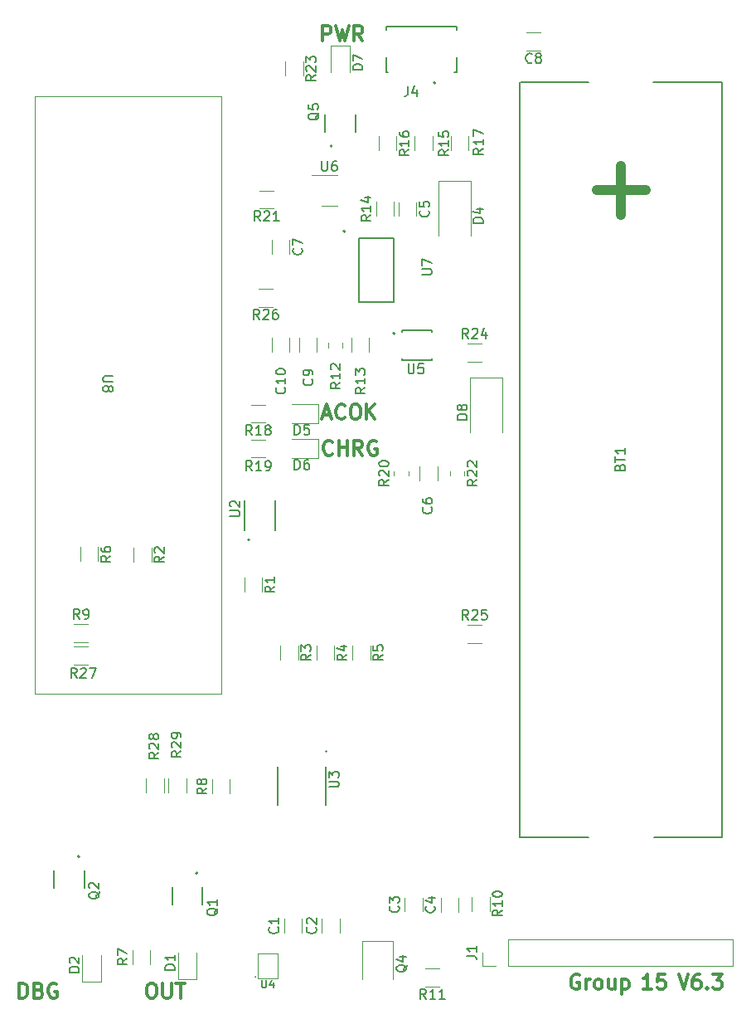
<source format=gbr>
%TF.GenerationSoftware,KiCad,Pcbnew,(7.0.0)*%
%TF.CreationDate,2023-04-24T13:22:53+02:00*%
%TF.ProjectId,EnviroHAT,456e7669-726f-4484-9154-2e6b69636164,rev?*%
%TF.SameCoordinates,Original*%
%TF.FileFunction,Legend,Top*%
%TF.FilePolarity,Positive*%
%FSLAX46Y46*%
G04 Gerber Fmt 4.6, Leading zero omitted, Abs format (unit mm)*
G04 Created by KiCad (PCBNEW (7.0.0)) date 2023-04-24 13:22:53*
%MOMM*%
%LPD*%
G01*
G04 APERTURE LIST*
%ADD10C,0.300000*%
%ADD11C,0.150000*%
%ADD12C,0.050000*%
%ADD13C,0.120000*%
%ADD14C,0.200000*%
%ADD15C,0.127000*%
%ADD16C,1.000000*%
%ADD17C,0.076200*%
G04 APERTURE END LIST*
D10*
X147264285Y-82207714D02*
X147192857Y-82279142D01*
X147192857Y-82279142D02*
X146978571Y-82350571D01*
X146978571Y-82350571D02*
X146835714Y-82350571D01*
X146835714Y-82350571D02*
X146621428Y-82279142D01*
X146621428Y-82279142D02*
X146478571Y-82136285D01*
X146478571Y-82136285D02*
X146407142Y-81993428D01*
X146407142Y-81993428D02*
X146335714Y-81707714D01*
X146335714Y-81707714D02*
X146335714Y-81493428D01*
X146335714Y-81493428D02*
X146407142Y-81207714D01*
X146407142Y-81207714D02*
X146478571Y-81064857D01*
X146478571Y-81064857D02*
X146621428Y-80922000D01*
X146621428Y-80922000D02*
X146835714Y-80850571D01*
X146835714Y-80850571D02*
X146978571Y-80850571D01*
X146978571Y-80850571D02*
X147192857Y-80922000D01*
X147192857Y-80922000D02*
X147264285Y-80993428D01*
X147907142Y-82350571D02*
X147907142Y-80850571D01*
X147907142Y-81564857D02*
X148764285Y-81564857D01*
X148764285Y-82350571D02*
X148764285Y-80850571D01*
X150335714Y-82350571D02*
X149835714Y-81636285D01*
X149478571Y-82350571D02*
X149478571Y-80850571D01*
X149478571Y-80850571D02*
X150050000Y-80850571D01*
X150050000Y-80850571D02*
X150192857Y-80922000D01*
X150192857Y-80922000D02*
X150264286Y-80993428D01*
X150264286Y-80993428D02*
X150335714Y-81136285D01*
X150335714Y-81136285D02*
X150335714Y-81350571D01*
X150335714Y-81350571D02*
X150264286Y-81493428D01*
X150264286Y-81493428D02*
X150192857Y-81564857D01*
X150192857Y-81564857D02*
X150050000Y-81636285D01*
X150050000Y-81636285D02*
X149478571Y-81636285D01*
X151764286Y-80922000D02*
X151621429Y-80850571D01*
X151621429Y-80850571D02*
X151407143Y-80850571D01*
X151407143Y-80850571D02*
X151192857Y-80922000D01*
X151192857Y-80922000D02*
X151050000Y-81064857D01*
X151050000Y-81064857D02*
X150978571Y-81207714D01*
X150978571Y-81207714D02*
X150907143Y-81493428D01*
X150907143Y-81493428D02*
X150907143Y-81707714D01*
X150907143Y-81707714D02*
X150978571Y-81993428D01*
X150978571Y-81993428D02*
X151050000Y-82136285D01*
X151050000Y-82136285D02*
X151192857Y-82279142D01*
X151192857Y-82279142D02*
X151407143Y-82350571D01*
X151407143Y-82350571D02*
X151550000Y-82350571D01*
X151550000Y-82350571D02*
X151764286Y-82279142D01*
X151764286Y-82279142D02*
X151835714Y-82207714D01*
X151835714Y-82207714D02*
X151835714Y-81707714D01*
X151835714Y-81707714D02*
X151550000Y-81707714D01*
X146280142Y-40059571D02*
X146280142Y-38559571D01*
X146280142Y-38559571D02*
X146851571Y-38559571D01*
X146851571Y-38559571D02*
X146994428Y-38631000D01*
X146994428Y-38631000D02*
X147065857Y-38702428D01*
X147065857Y-38702428D02*
X147137285Y-38845285D01*
X147137285Y-38845285D02*
X147137285Y-39059571D01*
X147137285Y-39059571D02*
X147065857Y-39202428D01*
X147065857Y-39202428D02*
X146994428Y-39273857D01*
X146994428Y-39273857D02*
X146851571Y-39345285D01*
X146851571Y-39345285D02*
X146280142Y-39345285D01*
X147637285Y-38559571D02*
X147994428Y-40059571D01*
X147994428Y-40059571D02*
X148280142Y-38988142D01*
X148280142Y-38988142D02*
X148565857Y-40059571D01*
X148565857Y-40059571D02*
X148923000Y-38559571D01*
X150351571Y-40059571D02*
X149851571Y-39345285D01*
X149494428Y-40059571D02*
X149494428Y-38559571D01*
X149494428Y-38559571D02*
X150065857Y-38559571D01*
X150065857Y-38559571D02*
X150208714Y-38631000D01*
X150208714Y-38631000D02*
X150280143Y-38702428D01*
X150280143Y-38702428D02*
X150351571Y-38845285D01*
X150351571Y-38845285D02*
X150351571Y-39059571D01*
X150351571Y-39059571D02*
X150280143Y-39202428D01*
X150280143Y-39202428D02*
X150208714Y-39273857D01*
X150208714Y-39273857D02*
X150065857Y-39345285D01*
X150065857Y-39345285D02*
X149494428Y-39345285D01*
X172465857Y-135405000D02*
X172323000Y-135333571D01*
X172323000Y-135333571D02*
X172108714Y-135333571D01*
X172108714Y-135333571D02*
X171894428Y-135405000D01*
X171894428Y-135405000D02*
X171751571Y-135547857D01*
X171751571Y-135547857D02*
X171680142Y-135690714D01*
X171680142Y-135690714D02*
X171608714Y-135976428D01*
X171608714Y-135976428D02*
X171608714Y-136190714D01*
X171608714Y-136190714D02*
X171680142Y-136476428D01*
X171680142Y-136476428D02*
X171751571Y-136619285D01*
X171751571Y-136619285D02*
X171894428Y-136762142D01*
X171894428Y-136762142D02*
X172108714Y-136833571D01*
X172108714Y-136833571D02*
X172251571Y-136833571D01*
X172251571Y-136833571D02*
X172465857Y-136762142D01*
X172465857Y-136762142D02*
X172537285Y-136690714D01*
X172537285Y-136690714D02*
X172537285Y-136190714D01*
X172537285Y-136190714D02*
X172251571Y-136190714D01*
X173180142Y-136833571D02*
X173180142Y-135833571D01*
X173180142Y-136119285D02*
X173251571Y-135976428D01*
X173251571Y-135976428D02*
X173323000Y-135905000D01*
X173323000Y-135905000D02*
X173465857Y-135833571D01*
X173465857Y-135833571D02*
X173608714Y-135833571D01*
X174322999Y-136833571D02*
X174180142Y-136762142D01*
X174180142Y-136762142D02*
X174108713Y-136690714D01*
X174108713Y-136690714D02*
X174037285Y-136547857D01*
X174037285Y-136547857D02*
X174037285Y-136119285D01*
X174037285Y-136119285D02*
X174108713Y-135976428D01*
X174108713Y-135976428D02*
X174180142Y-135905000D01*
X174180142Y-135905000D02*
X174322999Y-135833571D01*
X174322999Y-135833571D02*
X174537285Y-135833571D01*
X174537285Y-135833571D02*
X174680142Y-135905000D01*
X174680142Y-135905000D02*
X174751571Y-135976428D01*
X174751571Y-135976428D02*
X174822999Y-136119285D01*
X174822999Y-136119285D02*
X174822999Y-136547857D01*
X174822999Y-136547857D02*
X174751571Y-136690714D01*
X174751571Y-136690714D02*
X174680142Y-136762142D01*
X174680142Y-136762142D02*
X174537285Y-136833571D01*
X174537285Y-136833571D02*
X174322999Y-136833571D01*
X176108714Y-135833571D02*
X176108714Y-136833571D01*
X175465856Y-135833571D02*
X175465856Y-136619285D01*
X175465856Y-136619285D02*
X175537285Y-136762142D01*
X175537285Y-136762142D02*
X175680142Y-136833571D01*
X175680142Y-136833571D02*
X175894428Y-136833571D01*
X175894428Y-136833571D02*
X176037285Y-136762142D01*
X176037285Y-136762142D02*
X176108714Y-136690714D01*
X176822999Y-135833571D02*
X176822999Y-137333571D01*
X176822999Y-135905000D02*
X176965857Y-135833571D01*
X176965857Y-135833571D02*
X177251571Y-135833571D01*
X177251571Y-135833571D02*
X177394428Y-135905000D01*
X177394428Y-135905000D02*
X177465857Y-135976428D01*
X177465857Y-135976428D02*
X177537285Y-136119285D01*
X177537285Y-136119285D02*
X177537285Y-136547857D01*
X177537285Y-136547857D02*
X177465857Y-136690714D01*
X177465857Y-136690714D02*
X177394428Y-136762142D01*
X177394428Y-136762142D02*
X177251571Y-136833571D01*
X177251571Y-136833571D02*
X176965857Y-136833571D01*
X176965857Y-136833571D02*
X176822999Y-136762142D01*
X179865857Y-136833571D02*
X179008714Y-136833571D01*
X179437285Y-136833571D02*
X179437285Y-135333571D01*
X179437285Y-135333571D02*
X179294428Y-135547857D01*
X179294428Y-135547857D02*
X179151571Y-135690714D01*
X179151571Y-135690714D02*
X179008714Y-135762142D01*
X181222999Y-135333571D02*
X180508713Y-135333571D01*
X180508713Y-135333571D02*
X180437285Y-136047857D01*
X180437285Y-136047857D02*
X180508713Y-135976428D01*
X180508713Y-135976428D02*
X180651571Y-135905000D01*
X180651571Y-135905000D02*
X181008713Y-135905000D01*
X181008713Y-135905000D02*
X181151571Y-135976428D01*
X181151571Y-135976428D02*
X181222999Y-136047857D01*
X181222999Y-136047857D02*
X181294428Y-136190714D01*
X181294428Y-136190714D02*
X181294428Y-136547857D01*
X181294428Y-136547857D02*
X181222999Y-136690714D01*
X181222999Y-136690714D02*
X181151571Y-136762142D01*
X181151571Y-136762142D02*
X181008713Y-136833571D01*
X181008713Y-136833571D02*
X180651571Y-136833571D01*
X180651571Y-136833571D02*
X180508713Y-136762142D01*
X180508713Y-136762142D02*
X180437285Y-136690714D01*
X182622999Y-135333571D02*
X183122999Y-136833571D01*
X183122999Y-136833571D02*
X183622999Y-135333571D01*
X184765856Y-135333571D02*
X184480141Y-135333571D01*
X184480141Y-135333571D02*
X184337284Y-135405000D01*
X184337284Y-135405000D02*
X184265856Y-135476428D01*
X184265856Y-135476428D02*
X184122998Y-135690714D01*
X184122998Y-135690714D02*
X184051570Y-135976428D01*
X184051570Y-135976428D02*
X184051570Y-136547857D01*
X184051570Y-136547857D02*
X184122998Y-136690714D01*
X184122998Y-136690714D02*
X184194427Y-136762142D01*
X184194427Y-136762142D02*
X184337284Y-136833571D01*
X184337284Y-136833571D02*
X184622998Y-136833571D01*
X184622998Y-136833571D02*
X184765856Y-136762142D01*
X184765856Y-136762142D02*
X184837284Y-136690714D01*
X184837284Y-136690714D02*
X184908713Y-136547857D01*
X184908713Y-136547857D02*
X184908713Y-136190714D01*
X184908713Y-136190714D02*
X184837284Y-136047857D01*
X184837284Y-136047857D02*
X184765856Y-135976428D01*
X184765856Y-135976428D02*
X184622998Y-135905000D01*
X184622998Y-135905000D02*
X184337284Y-135905000D01*
X184337284Y-135905000D02*
X184194427Y-135976428D01*
X184194427Y-135976428D02*
X184122998Y-136047857D01*
X184122998Y-136047857D02*
X184051570Y-136190714D01*
X185551569Y-136690714D02*
X185622998Y-136762142D01*
X185622998Y-136762142D02*
X185551569Y-136833571D01*
X185551569Y-136833571D02*
X185480141Y-136762142D01*
X185480141Y-136762142D02*
X185551569Y-136690714D01*
X185551569Y-136690714D02*
X185551569Y-136833571D01*
X186122998Y-135333571D02*
X187051570Y-135333571D01*
X187051570Y-135333571D02*
X186551570Y-135905000D01*
X186551570Y-135905000D02*
X186765855Y-135905000D01*
X186765855Y-135905000D02*
X186908713Y-135976428D01*
X186908713Y-135976428D02*
X186980141Y-136047857D01*
X186980141Y-136047857D02*
X187051570Y-136190714D01*
X187051570Y-136190714D02*
X187051570Y-136547857D01*
X187051570Y-136547857D02*
X186980141Y-136690714D01*
X186980141Y-136690714D02*
X186908713Y-136762142D01*
X186908713Y-136762142D02*
X186765855Y-136833571D01*
X186765855Y-136833571D02*
X186337284Y-136833571D01*
X186337284Y-136833571D02*
X186194427Y-136762142D01*
X186194427Y-136762142D02*
X186122998Y-136690714D01*
X115292142Y-137722571D02*
X115292142Y-136222571D01*
X115292142Y-136222571D02*
X115649285Y-136222571D01*
X115649285Y-136222571D02*
X115863571Y-136294000D01*
X115863571Y-136294000D02*
X116006428Y-136436857D01*
X116006428Y-136436857D02*
X116077857Y-136579714D01*
X116077857Y-136579714D02*
X116149285Y-136865428D01*
X116149285Y-136865428D02*
X116149285Y-137079714D01*
X116149285Y-137079714D02*
X116077857Y-137365428D01*
X116077857Y-137365428D02*
X116006428Y-137508285D01*
X116006428Y-137508285D02*
X115863571Y-137651142D01*
X115863571Y-137651142D02*
X115649285Y-137722571D01*
X115649285Y-137722571D02*
X115292142Y-137722571D01*
X117292142Y-136936857D02*
X117506428Y-137008285D01*
X117506428Y-137008285D02*
X117577857Y-137079714D01*
X117577857Y-137079714D02*
X117649285Y-137222571D01*
X117649285Y-137222571D02*
X117649285Y-137436857D01*
X117649285Y-137436857D02*
X117577857Y-137579714D01*
X117577857Y-137579714D02*
X117506428Y-137651142D01*
X117506428Y-137651142D02*
X117363571Y-137722571D01*
X117363571Y-137722571D02*
X116792142Y-137722571D01*
X116792142Y-137722571D02*
X116792142Y-136222571D01*
X116792142Y-136222571D02*
X117292142Y-136222571D01*
X117292142Y-136222571D02*
X117435000Y-136294000D01*
X117435000Y-136294000D02*
X117506428Y-136365428D01*
X117506428Y-136365428D02*
X117577857Y-136508285D01*
X117577857Y-136508285D02*
X117577857Y-136651142D01*
X117577857Y-136651142D02*
X117506428Y-136794000D01*
X117506428Y-136794000D02*
X117435000Y-136865428D01*
X117435000Y-136865428D02*
X117292142Y-136936857D01*
X117292142Y-136936857D02*
X116792142Y-136936857D01*
X119077857Y-136294000D02*
X118935000Y-136222571D01*
X118935000Y-136222571D02*
X118720714Y-136222571D01*
X118720714Y-136222571D02*
X118506428Y-136294000D01*
X118506428Y-136294000D02*
X118363571Y-136436857D01*
X118363571Y-136436857D02*
X118292142Y-136579714D01*
X118292142Y-136579714D02*
X118220714Y-136865428D01*
X118220714Y-136865428D02*
X118220714Y-137079714D01*
X118220714Y-137079714D02*
X118292142Y-137365428D01*
X118292142Y-137365428D02*
X118363571Y-137508285D01*
X118363571Y-137508285D02*
X118506428Y-137651142D01*
X118506428Y-137651142D02*
X118720714Y-137722571D01*
X118720714Y-137722571D02*
X118863571Y-137722571D01*
X118863571Y-137722571D02*
X119077857Y-137651142D01*
X119077857Y-137651142D02*
X119149285Y-137579714D01*
X119149285Y-137579714D02*
X119149285Y-137079714D01*
X119149285Y-137079714D02*
X118863571Y-137079714D01*
X128658857Y-136222571D02*
X128944571Y-136222571D01*
X128944571Y-136222571D02*
X129087428Y-136294000D01*
X129087428Y-136294000D02*
X129230285Y-136436857D01*
X129230285Y-136436857D02*
X129301714Y-136722571D01*
X129301714Y-136722571D02*
X129301714Y-137222571D01*
X129301714Y-137222571D02*
X129230285Y-137508285D01*
X129230285Y-137508285D02*
X129087428Y-137651142D01*
X129087428Y-137651142D02*
X128944571Y-137722571D01*
X128944571Y-137722571D02*
X128658857Y-137722571D01*
X128658857Y-137722571D02*
X128516000Y-137651142D01*
X128516000Y-137651142D02*
X128373142Y-137508285D01*
X128373142Y-137508285D02*
X128301714Y-137222571D01*
X128301714Y-137222571D02*
X128301714Y-136722571D01*
X128301714Y-136722571D02*
X128373142Y-136436857D01*
X128373142Y-136436857D02*
X128516000Y-136294000D01*
X128516000Y-136294000D02*
X128658857Y-136222571D01*
X129944571Y-136222571D02*
X129944571Y-137436857D01*
X129944571Y-137436857D02*
X130016000Y-137579714D01*
X130016000Y-137579714D02*
X130087429Y-137651142D01*
X130087429Y-137651142D02*
X130230286Y-137722571D01*
X130230286Y-137722571D02*
X130516000Y-137722571D01*
X130516000Y-137722571D02*
X130658857Y-137651142D01*
X130658857Y-137651142D02*
X130730286Y-137579714D01*
X130730286Y-137579714D02*
X130801714Y-137436857D01*
X130801714Y-137436857D02*
X130801714Y-136222571D01*
X131301715Y-136222571D02*
X132158858Y-136222571D01*
X131730286Y-137722571D02*
X131730286Y-136222571D01*
X146335714Y-78239000D02*
X147050000Y-78239000D01*
X146192857Y-78667571D02*
X146692857Y-77167571D01*
X146692857Y-77167571D02*
X147192857Y-78667571D01*
X148549999Y-78524714D02*
X148478571Y-78596142D01*
X148478571Y-78596142D02*
X148264285Y-78667571D01*
X148264285Y-78667571D02*
X148121428Y-78667571D01*
X148121428Y-78667571D02*
X147907142Y-78596142D01*
X147907142Y-78596142D02*
X147764285Y-78453285D01*
X147764285Y-78453285D02*
X147692856Y-78310428D01*
X147692856Y-78310428D02*
X147621428Y-78024714D01*
X147621428Y-78024714D02*
X147621428Y-77810428D01*
X147621428Y-77810428D02*
X147692856Y-77524714D01*
X147692856Y-77524714D02*
X147764285Y-77381857D01*
X147764285Y-77381857D02*
X147907142Y-77239000D01*
X147907142Y-77239000D02*
X148121428Y-77167571D01*
X148121428Y-77167571D02*
X148264285Y-77167571D01*
X148264285Y-77167571D02*
X148478571Y-77239000D01*
X148478571Y-77239000D02*
X148549999Y-77310428D01*
X149478571Y-77167571D02*
X149764285Y-77167571D01*
X149764285Y-77167571D02*
X149907142Y-77239000D01*
X149907142Y-77239000D02*
X150049999Y-77381857D01*
X150049999Y-77381857D02*
X150121428Y-77667571D01*
X150121428Y-77667571D02*
X150121428Y-78167571D01*
X150121428Y-78167571D02*
X150049999Y-78453285D01*
X150049999Y-78453285D02*
X149907142Y-78596142D01*
X149907142Y-78596142D02*
X149764285Y-78667571D01*
X149764285Y-78667571D02*
X149478571Y-78667571D01*
X149478571Y-78667571D02*
X149335714Y-78596142D01*
X149335714Y-78596142D02*
X149192856Y-78453285D01*
X149192856Y-78453285D02*
X149121428Y-78167571D01*
X149121428Y-78167571D02*
X149121428Y-77667571D01*
X149121428Y-77667571D02*
X149192856Y-77381857D01*
X149192856Y-77381857D02*
X149335714Y-77239000D01*
X149335714Y-77239000D02*
X149478571Y-77167571D01*
X150764285Y-78667571D02*
X150764285Y-77167571D01*
X151621428Y-78667571D02*
X150978571Y-77810428D01*
X151621428Y-77167571D02*
X150764285Y-78024714D01*
D11*
%TO.C,D5*%
X143406905Y-80250380D02*
X143406905Y-79250380D01*
X143406905Y-79250380D02*
X143645000Y-79250380D01*
X143645000Y-79250380D02*
X143787857Y-79298000D01*
X143787857Y-79298000D02*
X143883095Y-79393238D01*
X143883095Y-79393238D02*
X143930714Y-79488476D01*
X143930714Y-79488476D02*
X143978333Y-79678952D01*
X143978333Y-79678952D02*
X143978333Y-79821809D01*
X143978333Y-79821809D02*
X143930714Y-80012285D01*
X143930714Y-80012285D02*
X143883095Y-80107523D01*
X143883095Y-80107523D02*
X143787857Y-80202761D01*
X143787857Y-80202761D02*
X143645000Y-80250380D01*
X143645000Y-80250380D02*
X143406905Y-80250380D01*
X144883095Y-79250380D02*
X144406905Y-79250380D01*
X144406905Y-79250380D02*
X144359286Y-79726571D01*
X144359286Y-79726571D02*
X144406905Y-79678952D01*
X144406905Y-79678952D02*
X144502143Y-79631333D01*
X144502143Y-79631333D02*
X144740238Y-79631333D01*
X144740238Y-79631333D02*
X144835476Y-79678952D01*
X144835476Y-79678952D02*
X144883095Y-79726571D01*
X144883095Y-79726571D02*
X144930714Y-79821809D01*
X144930714Y-79821809D02*
X144930714Y-80059904D01*
X144930714Y-80059904D02*
X144883095Y-80155142D01*
X144883095Y-80155142D02*
X144835476Y-80202761D01*
X144835476Y-80202761D02*
X144740238Y-80250380D01*
X144740238Y-80250380D02*
X144502143Y-80250380D01*
X144502143Y-80250380D02*
X144406905Y-80202761D01*
X144406905Y-80202761D02*
X144359286Y-80155142D01*
%TO.C,R4*%
X148745380Y-102681666D02*
X148269190Y-103014999D01*
X148745380Y-103253094D02*
X147745380Y-103253094D01*
X147745380Y-103253094D02*
X147745380Y-102872142D01*
X147745380Y-102872142D02*
X147793000Y-102776904D01*
X147793000Y-102776904D02*
X147840619Y-102729285D01*
X147840619Y-102729285D02*
X147935857Y-102681666D01*
X147935857Y-102681666D02*
X148078714Y-102681666D01*
X148078714Y-102681666D02*
X148173952Y-102729285D01*
X148173952Y-102729285D02*
X148221571Y-102776904D01*
X148221571Y-102776904D02*
X148269190Y-102872142D01*
X148269190Y-102872142D02*
X148269190Y-103253094D01*
X148078714Y-101824523D02*
X148745380Y-101824523D01*
X147697761Y-102062618D02*
X148412047Y-102300713D01*
X148412047Y-102300713D02*
X148412047Y-101681666D01*
%TO.C,Q2*%
X123493619Y-126873238D02*
X123446000Y-126968476D01*
X123446000Y-126968476D02*
X123350761Y-127063714D01*
X123350761Y-127063714D02*
X123207904Y-127206571D01*
X123207904Y-127206571D02*
X123160285Y-127301809D01*
X123160285Y-127301809D02*
X123160285Y-127397047D01*
X123398380Y-127349428D02*
X123350761Y-127444666D01*
X123350761Y-127444666D02*
X123255523Y-127539904D01*
X123255523Y-127539904D02*
X123065047Y-127587523D01*
X123065047Y-127587523D02*
X122731714Y-127587523D01*
X122731714Y-127587523D02*
X122541238Y-127539904D01*
X122541238Y-127539904D02*
X122446000Y-127444666D01*
X122446000Y-127444666D02*
X122398380Y-127349428D01*
X122398380Y-127349428D02*
X122398380Y-127158952D01*
X122398380Y-127158952D02*
X122446000Y-127063714D01*
X122446000Y-127063714D02*
X122541238Y-126968476D01*
X122541238Y-126968476D02*
X122731714Y-126920857D01*
X122731714Y-126920857D02*
X123065047Y-126920857D01*
X123065047Y-126920857D02*
X123255523Y-126968476D01*
X123255523Y-126968476D02*
X123350761Y-127063714D01*
X123350761Y-127063714D02*
X123398380Y-127158952D01*
X123398380Y-127158952D02*
X123398380Y-127349428D01*
X122493619Y-126539904D02*
X122446000Y-126492285D01*
X122446000Y-126492285D02*
X122398380Y-126397047D01*
X122398380Y-126397047D02*
X122398380Y-126158952D01*
X122398380Y-126158952D02*
X122446000Y-126063714D01*
X122446000Y-126063714D02*
X122493619Y-126016095D01*
X122493619Y-126016095D02*
X122588857Y-125968476D01*
X122588857Y-125968476D02*
X122684095Y-125968476D01*
X122684095Y-125968476D02*
X122826952Y-126016095D01*
X122826952Y-126016095D02*
X123398380Y-126587523D01*
X123398380Y-126587523D02*
X123398380Y-125968476D01*
%TO.C,R28*%
X129526380Y-112682857D02*
X129050190Y-113016190D01*
X129526380Y-113254285D02*
X128526380Y-113254285D01*
X128526380Y-113254285D02*
X128526380Y-112873333D01*
X128526380Y-112873333D02*
X128574000Y-112778095D01*
X128574000Y-112778095D02*
X128621619Y-112730476D01*
X128621619Y-112730476D02*
X128716857Y-112682857D01*
X128716857Y-112682857D02*
X128859714Y-112682857D01*
X128859714Y-112682857D02*
X128954952Y-112730476D01*
X128954952Y-112730476D02*
X129002571Y-112778095D01*
X129002571Y-112778095D02*
X129050190Y-112873333D01*
X129050190Y-112873333D02*
X129050190Y-113254285D01*
X128621619Y-112301904D02*
X128574000Y-112254285D01*
X128574000Y-112254285D02*
X128526380Y-112159047D01*
X128526380Y-112159047D02*
X128526380Y-111920952D01*
X128526380Y-111920952D02*
X128574000Y-111825714D01*
X128574000Y-111825714D02*
X128621619Y-111778095D01*
X128621619Y-111778095D02*
X128716857Y-111730476D01*
X128716857Y-111730476D02*
X128812095Y-111730476D01*
X128812095Y-111730476D02*
X128954952Y-111778095D01*
X128954952Y-111778095D02*
X129526380Y-112349523D01*
X129526380Y-112349523D02*
X129526380Y-111730476D01*
X128954952Y-111159047D02*
X128907333Y-111254285D01*
X128907333Y-111254285D02*
X128859714Y-111301904D01*
X128859714Y-111301904D02*
X128764476Y-111349523D01*
X128764476Y-111349523D02*
X128716857Y-111349523D01*
X128716857Y-111349523D02*
X128621619Y-111301904D01*
X128621619Y-111301904D02*
X128574000Y-111254285D01*
X128574000Y-111254285D02*
X128526380Y-111159047D01*
X128526380Y-111159047D02*
X128526380Y-110968571D01*
X128526380Y-110968571D02*
X128574000Y-110873333D01*
X128574000Y-110873333D02*
X128621619Y-110825714D01*
X128621619Y-110825714D02*
X128716857Y-110778095D01*
X128716857Y-110778095D02*
X128764476Y-110778095D01*
X128764476Y-110778095D02*
X128859714Y-110825714D01*
X128859714Y-110825714D02*
X128907333Y-110873333D01*
X128907333Y-110873333D02*
X128954952Y-110968571D01*
X128954952Y-110968571D02*
X128954952Y-111159047D01*
X128954952Y-111159047D02*
X129002571Y-111254285D01*
X129002571Y-111254285D02*
X129050190Y-111301904D01*
X129050190Y-111301904D02*
X129145428Y-111349523D01*
X129145428Y-111349523D02*
X129335904Y-111349523D01*
X129335904Y-111349523D02*
X129431142Y-111301904D01*
X129431142Y-111301904D02*
X129478761Y-111254285D01*
X129478761Y-111254285D02*
X129526380Y-111159047D01*
X129526380Y-111159047D02*
X129526380Y-110968571D01*
X129526380Y-110968571D02*
X129478761Y-110873333D01*
X129478761Y-110873333D02*
X129431142Y-110825714D01*
X129431142Y-110825714D02*
X129335904Y-110778095D01*
X129335904Y-110778095D02*
X129145428Y-110778095D01*
X129145428Y-110778095D02*
X129050190Y-110825714D01*
X129050190Y-110825714D02*
X129002571Y-110873333D01*
X129002571Y-110873333D02*
X128954952Y-110968571D01*
%TO.C,R7*%
X126309380Y-133718666D02*
X125833190Y-134051999D01*
X126309380Y-134290094D02*
X125309380Y-134290094D01*
X125309380Y-134290094D02*
X125309380Y-133909142D01*
X125309380Y-133909142D02*
X125357000Y-133813904D01*
X125357000Y-133813904D02*
X125404619Y-133766285D01*
X125404619Y-133766285D02*
X125499857Y-133718666D01*
X125499857Y-133718666D02*
X125642714Y-133718666D01*
X125642714Y-133718666D02*
X125737952Y-133766285D01*
X125737952Y-133766285D02*
X125785571Y-133813904D01*
X125785571Y-133813904D02*
X125833190Y-133909142D01*
X125833190Y-133909142D02*
X125833190Y-134290094D01*
X125309380Y-133385332D02*
X125309380Y-132718666D01*
X125309380Y-132718666D02*
X126309380Y-133147237D01*
%TO.C,R27*%
X121150142Y-105067380D02*
X120816809Y-104591190D01*
X120578714Y-105067380D02*
X120578714Y-104067380D01*
X120578714Y-104067380D02*
X120959666Y-104067380D01*
X120959666Y-104067380D02*
X121054904Y-104115000D01*
X121054904Y-104115000D02*
X121102523Y-104162619D01*
X121102523Y-104162619D02*
X121150142Y-104257857D01*
X121150142Y-104257857D02*
X121150142Y-104400714D01*
X121150142Y-104400714D02*
X121102523Y-104495952D01*
X121102523Y-104495952D02*
X121054904Y-104543571D01*
X121054904Y-104543571D02*
X120959666Y-104591190D01*
X120959666Y-104591190D02*
X120578714Y-104591190D01*
X121531095Y-104162619D02*
X121578714Y-104115000D01*
X121578714Y-104115000D02*
X121673952Y-104067380D01*
X121673952Y-104067380D02*
X121912047Y-104067380D01*
X121912047Y-104067380D02*
X122007285Y-104115000D01*
X122007285Y-104115000D02*
X122054904Y-104162619D01*
X122054904Y-104162619D02*
X122102523Y-104257857D01*
X122102523Y-104257857D02*
X122102523Y-104353095D01*
X122102523Y-104353095D02*
X122054904Y-104495952D01*
X122054904Y-104495952D02*
X121483476Y-105067380D01*
X121483476Y-105067380D02*
X122102523Y-105067380D01*
X122435857Y-104067380D02*
X123102523Y-104067380D01*
X123102523Y-104067380D02*
X122673952Y-105067380D01*
%TO.C,C3*%
X153997142Y-128358666D02*
X154044761Y-128406285D01*
X154044761Y-128406285D02*
X154092380Y-128549142D01*
X154092380Y-128549142D02*
X154092380Y-128644380D01*
X154092380Y-128644380D02*
X154044761Y-128787237D01*
X154044761Y-128787237D02*
X153949523Y-128882475D01*
X153949523Y-128882475D02*
X153854285Y-128930094D01*
X153854285Y-128930094D02*
X153663809Y-128977713D01*
X153663809Y-128977713D02*
X153520952Y-128977713D01*
X153520952Y-128977713D02*
X153330476Y-128930094D01*
X153330476Y-128930094D02*
X153235238Y-128882475D01*
X153235238Y-128882475D02*
X153140000Y-128787237D01*
X153140000Y-128787237D02*
X153092380Y-128644380D01*
X153092380Y-128644380D02*
X153092380Y-128549142D01*
X153092380Y-128549142D02*
X153140000Y-128406285D01*
X153140000Y-128406285D02*
X153187619Y-128358666D01*
X153092380Y-128025332D02*
X153092380Y-127406285D01*
X153092380Y-127406285D02*
X153473333Y-127739618D01*
X153473333Y-127739618D02*
X153473333Y-127596761D01*
X153473333Y-127596761D02*
X153520952Y-127501523D01*
X153520952Y-127501523D02*
X153568571Y-127453904D01*
X153568571Y-127453904D02*
X153663809Y-127406285D01*
X153663809Y-127406285D02*
X153901904Y-127406285D01*
X153901904Y-127406285D02*
X153997142Y-127453904D01*
X153997142Y-127453904D02*
X154044761Y-127501523D01*
X154044761Y-127501523D02*
X154092380Y-127596761D01*
X154092380Y-127596761D02*
X154092380Y-127882475D01*
X154092380Y-127882475D02*
X154044761Y-127977713D01*
X154044761Y-127977713D02*
X153997142Y-128025332D01*
%TO.C,U7*%
X156417380Y-63934404D02*
X157226904Y-63934404D01*
X157226904Y-63934404D02*
X157322142Y-63886785D01*
X157322142Y-63886785D02*
X157369761Y-63839166D01*
X157369761Y-63839166D02*
X157417380Y-63743928D01*
X157417380Y-63743928D02*
X157417380Y-63553452D01*
X157417380Y-63553452D02*
X157369761Y-63458214D01*
X157369761Y-63458214D02*
X157322142Y-63410595D01*
X157322142Y-63410595D02*
X157226904Y-63362976D01*
X157226904Y-63362976D02*
X156417380Y-63362976D01*
X156417380Y-62982023D02*
X156417380Y-62315357D01*
X156417380Y-62315357D02*
X157417380Y-62743928D01*
%TO.C,R17*%
X162673380Y-51061857D02*
X162197190Y-51395190D01*
X162673380Y-51633285D02*
X161673380Y-51633285D01*
X161673380Y-51633285D02*
X161673380Y-51252333D01*
X161673380Y-51252333D02*
X161721000Y-51157095D01*
X161721000Y-51157095D02*
X161768619Y-51109476D01*
X161768619Y-51109476D02*
X161863857Y-51061857D01*
X161863857Y-51061857D02*
X162006714Y-51061857D01*
X162006714Y-51061857D02*
X162101952Y-51109476D01*
X162101952Y-51109476D02*
X162149571Y-51157095D01*
X162149571Y-51157095D02*
X162197190Y-51252333D01*
X162197190Y-51252333D02*
X162197190Y-51633285D01*
X162673380Y-50109476D02*
X162673380Y-50680904D01*
X162673380Y-50395190D02*
X161673380Y-50395190D01*
X161673380Y-50395190D02*
X161816238Y-50490428D01*
X161816238Y-50490428D02*
X161911476Y-50585666D01*
X161911476Y-50585666D02*
X161959095Y-50680904D01*
X161673380Y-49776142D02*
X161673380Y-49109476D01*
X161673380Y-49109476D02*
X162673380Y-49538047D01*
%TO.C,R22*%
X162037380Y-84843857D02*
X161561190Y-85177190D01*
X162037380Y-85415285D02*
X161037380Y-85415285D01*
X161037380Y-85415285D02*
X161037380Y-85034333D01*
X161037380Y-85034333D02*
X161085000Y-84939095D01*
X161085000Y-84939095D02*
X161132619Y-84891476D01*
X161132619Y-84891476D02*
X161227857Y-84843857D01*
X161227857Y-84843857D02*
X161370714Y-84843857D01*
X161370714Y-84843857D02*
X161465952Y-84891476D01*
X161465952Y-84891476D02*
X161513571Y-84939095D01*
X161513571Y-84939095D02*
X161561190Y-85034333D01*
X161561190Y-85034333D02*
X161561190Y-85415285D01*
X161132619Y-84462904D02*
X161085000Y-84415285D01*
X161085000Y-84415285D02*
X161037380Y-84320047D01*
X161037380Y-84320047D02*
X161037380Y-84081952D01*
X161037380Y-84081952D02*
X161085000Y-83986714D01*
X161085000Y-83986714D02*
X161132619Y-83939095D01*
X161132619Y-83939095D02*
X161227857Y-83891476D01*
X161227857Y-83891476D02*
X161323095Y-83891476D01*
X161323095Y-83891476D02*
X161465952Y-83939095D01*
X161465952Y-83939095D02*
X162037380Y-84510523D01*
X162037380Y-84510523D02*
X162037380Y-83891476D01*
X161132619Y-83510523D02*
X161085000Y-83462904D01*
X161085000Y-83462904D02*
X161037380Y-83367666D01*
X161037380Y-83367666D02*
X161037380Y-83129571D01*
X161037380Y-83129571D02*
X161085000Y-83034333D01*
X161085000Y-83034333D02*
X161132619Y-82986714D01*
X161132619Y-82986714D02*
X161227857Y-82939095D01*
X161227857Y-82939095D02*
X161323095Y-82939095D01*
X161323095Y-82939095D02*
X161465952Y-82986714D01*
X161465952Y-82986714D02*
X162037380Y-83558142D01*
X162037380Y-83558142D02*
X162037380Y-82939095D01*
%TO.C,Q4*%
X154894619Y-134334238D02*
X154847000Y-134429476D01*
X154847000Y-134429476D02*
X154751761Y-134524714D01*
X154751761Y-134524714D02*
X154608904Y-134667571D01*
X154608904Y-134667571D02*
X154561285Y-134762809D01*
X154561285Y-134762809D02*
X154561285Y-134858047D01*
X154799380Y-134810428D02*
X154751761Y-134905666D01*
X154751761Y-134905666D02*
X154656523Y-135000904D01*
X154656523Y-135000904D02*
X154466047Y-135048523D01*
X154466047Y-135048523D02*
X154132714Y-135048523D01*
X154132714Y-135048523D02*
X153942238Y-135000904D01*
X153942238Y-135000904D02*
X153847000Y-134905666D01*
X153847000Y-134905666D02*
X153799380Y-134810428D01*
X153799380Y-134810428D02*
X153799380Y-134619952D01*
X153799380Y-134619952D02*
X153847000Y-134524714D01*
X153847000Y-134524714D02*
X153942238Y-134429476D01*
X153942238Y-134429476D02*
X154132714Y-134381857D01*
X154132714Y-134381857D02*
X154466047Y-134381857D01*
X154466047Y-134381857D02*
X154656523Y-134429476D01*
X154656523Y-134429476D02*
X154751761Y-134524714D01*
X154751761Y-134524714D02*
X154799380Y-134619952D01*
X154799380Y-134619952D02*
X154799380Y-134810428D01*
X154132714Y-133524714D02*
X154799380Y-133524714D01*
X153751761Y-133762809D02*
X154466047Y-134000904D01*
X154466047Y-134000904D02*
X154466047Y-133381857D01*
%TO.C,C10*%
X142385142Y-75445857D02*
X142432761Y-75493476D01*
X142432761Y-75493476D02*
X142480380Y-75636333D01*
X142480380Y-75636333D02*
X142480380Y-75731571D01*
X142480380Y-75731571D02*
X142432761Y-75874428D01*
X142432761Y-75874428D02*
X142337523Y-75969666D01*
X142337523Y-75969666D02*
X142242285Y-76017285D01*
X142242285Y-76017285D02*
X142051809Y-76064904D01*
X142051809Y-76064904D02*
X141908952Y-76064904D01*
X141908952Y-76064904D02*
X141718476Y-76017285D01*
X141718476Y-76017285D02*
X141623238Y-75969666D01*
X141623238Y-75969666D02*
X141528000Y-75874428D01*
X141528000Y-75874428D02*
X141480380Y-75731571D01*
X141480380Y-75731571D02*
X141480380Y-75636333D01*
X141480380Y-75636333D02*
X141528000Y-75493476D01*
X141528000Y-75493476D02*
X141575619Y-75445857D01*
X142480380Y-74493476D02*
X142480380Y-75064904D01*
X142480380Y-74779190D02*
X141480380Y-74779190D01*
X141480380Y-74779190D02*
X141623238Y-74874428D01*
X141623238Y-74874428D02*
X141718476Y-74969666D01*
X141718476Y-74969666D02*
X141766095Y-75064904D01*
X141480380Y-73874428D02*
X141480380Y-73779190D01*
X141480380Y-73779190D02*
X141528000Y-73683952D01*
X141528000Y-73683952D02*
X141575619Y-73636333D01*
X141575619Y-73636333D02*
X141670857Y-73588714D01*
X141670857Y-73588714D02*
X141861333Y-73541095D01*
X141861333Y-73541095D02*
X142099428Y-73541095D01*
X142099428Y-73541095D02*
X142289904Y-73588714D01*
X142289904Y-73588714D02*
X142385142Y-73636333D01*
X142385142Y-73636333D02*
X142432761Y-73683952D01*
X142432761Y-73683952D02*
X142480380Y-73779190D01*
X142480380Y-73779190D02*
X142480380Y-73874428D01*
X142480380Y-73874428D02*
X142432761Y-73969666D01*
X142432761Y-73969666D02*
X142385142Y-74017285D01*
X142385142Y-74017285D02*
X142289904Y-74064904D01*
X142289904Y-74064904D02*
X142099428Y-74112523D01*
X142099428Y-74112523D02*
X141861333Y-74112523D01*
X141861333Y-74112523D02*
X141670857Y-74064904D01*
X141670857Y-74064904D02*
X141575619Y-74017285D01*
X141575619Y-74017285D02*
X141528000Y-73969666D01*
X141528000Y-73969666D02*
X141480380Y-73874428D01*
%TO.C,R19*%
X139057142Y-83933380D02*
X138723809Y-83457190D01*
X138485714Y-83933380D02*
X138485714Y-82933380D01*
X138485714Y-82933380D02*
X138866666Y-82933380D01*
X138866666Y-82933380D02*
X138961904Y-82981000D01*
X138961904Y-82981000D02*
X139009523Y-83028619D01*
X139009523Y-83028619D02*
X139057142Y-83123857D01*
X139057142Y-83123857D02*
X139057142Y-83266714D01*
X139057142Y-83266714D02*
X139009523Y-83361952D01*
X139009523Y-83361952D02*
X138961904Y-83409571D01*
X138961904Y-83409571D02*
X138866666Y-83457190D01*
X138866666Y-83457190D02*
X138485714Y-83457190D01*
X140009523Y-83933380D02*
X139438095Y-83933380D01*
X139723809Y-83933380D02*
X139723809Y-82933380D01*
X139723809Y-82933380D02*
X139628571Y-83076238D01*
X139628571Y-83076238D02*
X139533333Y-83171476D01*
X139533333Y-83171476D02*
X139438095Y-83219095D01*
X140485714Y-83933380D02*
X140676190Y-83933380D01*
X140676190Y-83933380D02*
X140771428Y-83885761D01*
X140771428Y-83885761D02*
X140819047Y-83838142D01*
X140819047Y-83838142D02*
X140914285Y-83695285D01*
X140914285Y-83695285D02*
X140961904Y-83504809D01*
X140961904Y-83504809D02*
X140961904Y-83123857D01*
X140961904Y-83123857D02*
X140914285Y-83028619D01*
X140914285Y-83028619D02*
X140866666Y-82981000D01*
X140866666Y-82981000D02*
X140771428Y-82933380D01*
X140771428Y-82933380D02*
X140580952Y-82933380D01*
X140580952Y-82933380D02*
X140485714Y-82981000D01*
X140485714Y-82981000D02*
X140438095Y-83028619D01*
X140438095Y-83028619D02*
X140390476Y-83123857D01*
X140390476Y-83123857D02*
X140390476Y-83361952D01*
X140390476Y-83361952D02*
X140438095Y-83457190D01*
X140438095Y-83457190D02*
X140485714Y-83504809D01*
X140485714Y-83504809D02*
X140580952Y-83552428D01*
X140580952Y-83552428D02*
X140771428Y-83552428D01*
X140771428Y-83552428D02*
X140866666Y-83504809D01*
X140866666Y-83504809D02*
X140914285Y-83457190D01*
X140914285Y-83457190D02*
X140961904Y-83361952D01*
%TO.C,R9*%
X121437833Y-99056380D02*
X121104500Y-98580190D01*
X120866405Y-99056380D02*
X120866405Y-98056380D01*
X120866405Y-98056380D02*
X121247357Y-98056380D01*
X121247357Y-98056380D02*
X121342595Y-98104000D01*
X121342595Y-98104000D02*
X121390214Y-98151619D01*
X121390214Y-98151619D02*
X121437833Y-98246857D01*
X121437833Y-98246857D02*
X121437833Y-98389714D01*
X121437833Y-98389714D02*
X121390214Y-98484952D01*
X121390214Y-98484952D02*
X121342595Y-98532571D01*
X121342595Y-98532571D02*
X121247357Y-98580190D01*
X121247357Y-98580190D02*
X120866405Y-98580190D01*
X121914024Y-99056380D02*
X122104500Y-99056380D01*
X122104500Y-99056380D02*
X122199738Y-99008761D01*
X122199738Y-99008761D02*
X122247357Y-98961142D01*
X122247357Y-98961142D02*
X122342595Y-98818285D01*
X122342595Y-98818285D02*
X122390214Y-98627809D01*
X122390214Y-98627809D02*
X122390214Y-98246857D01*
X122390214Y-98246857D02*
X122342595Y-98151619D01*
X122342595Y-98151619D02*
X122294976Y-98104000D01*
X122294976Y-98104000D02*
X122199738Y-98056380D01*
X122199738Y-98056380D02*
X122009262Y-98056380D01*
X122009262Y-98056380D02*
X121914024Y-98104000D01*
X121914024Y-98104000D02*
X121866405Y-98151619D01*
X121866405Y-98151619D02*
X121818786Y-98246857D01*
X121818786Y-98246857D02*
X121818786Y-98484952D01*
X121818786Y-98484952D02*
X121866405Y-98580190D01*
X121866405Y-98580190D02*
X121914024Y-98627809D01*
X121914024Y-98627809D02*
X122009262Y-98675428D01*
X122009262Y-98675428D02*
X122199738Y-98675428D01*
X122199738Y-98675428D02*
X122294976Y-98627809D01*
X122294976Y-98627809D02*
X122342595Y-98580190D01*
X122342595Y-98580190D02*
X122390214Y-98484952D01*
%TO.C,D1*%
X131178380Y-134850094D02*
X130178380Y-134850094D01*
X130178380Y-134850094D02*
X130178380Y-134611999D01*
X130178380Y-134611999D02*
X130226000Y-134469142D01*
X130226000Y-134469142D02*
X130321238Y-134373904D01*
X130321238Y-134373904D02*
X130416476Y-134326285D01*
X130416476Y-134326285D02*
X130606952Y-134278666D01*
X130606952Y-134278666D02*
X130749809Y-134278666D01*
X130749809Y-134278666D02*
X130940285Y-134326285D01*
X130940285Y-134326285D02*
X131035523Y-134373904D01*
X131035523Y-134373904D02*
X131130761Y-134469142D01*
X131130761Y-134469142D02*
X131178380Y-134611999D01*
X131178380Y-134611999D02*
X131178380Y-134850094D01*
X131178380Y-133326285D02*
X131178380Y-133897713D01*
X131178380Y-133611999D02*
X130178380Y-133611999D01*
X130178380Y-133611999D02*
X130321238Y-133707237D01*
X130321238Y-133707237D02*
X130416476Y-133802475D01*
X130416476Y-133802475D02*
X130464095Y-133897713D01*
%TO.C,R2*%
X130076380Y-92688166D02*
X129600190Y-93021499D01*
X130076380Y-93259594D02*
X129076380Y-93259594D01*
X129076380Y-93259594D02*
X129076380Y-92878642D01*
X129076380Y-92878642D02*
X129124000Y-92783404D01*
X129124000Y-92783404D02*
X129171619Y-92735785D01*
X129171619Y-92735785D02*
X129266857Y-92688166D01*
X129266857Y-92688166D02*
X129409714Y-92688166D01*
X129409714Y-92688166D02*
X129504952Y-92735785D01*
X129504952Y-92735785D02*
X129552571Y-92783404D01*
X129552571Y-92783404D02*
X129600190Y-92878642D01*
X129600190Y-92878642D02*
X129600190Y-93259594D01*
X129171619Y-92307213D02*
X129124000Y-92259594D01*
X129124000Y-92259594D02*
X129076380Y-92164356D01*
X129076380Y-92164356D02*
X129076380Y-91926261D01*
X129076380Y-91926261D02*
X129124000Y-91831023D01*
X129124000Y-91831023D02*
X129171619Y-91783404D01*
X129171619Y-91783404D02*
X129266857Y-91735785D01*
X129266857Y-91735785D02*
X129362095Y-91735785D01*
X129362095Y-91735785D02*
X129504952Y-91783404D01*
X129504952Y-91783404D02*
X130076380Y-92354832D01*
X130076380Y-92354832D02*
X130076380Y-91735785D01*
%TO.C,R15*%
X159143380Y-51188857D02*
X158667190Y-51522190D01*
X159143380Y-51760285D02*
X158143380Y-51760285D01*
X158143380Y-51760285D02*
X158143380Y-51379333D01*
X158143380Y-51379333D02*
X158191000Y-51284095D01*
X158191000Y-51284095D02*
X158238619Y-51236476D01*
X158238619Y-51236476D02*
X158333857Y-51188857D01*
X158333857Y-51188857D02*
X158476714Y-51188857D01*
X158476714Y-51188857D02*
X158571952Y-51236476D01*
X158571952Y-51236476D02*
X158619571Y-51284095D01*
X158619571Y-51284095D02*
X158667190Y-51379333D01*
X158667190Y-51379333D02*
X158667190Y-51760285D01*
X159143380Y-50236476D02*
X159143380Y-50807904D01*
X159143380Y-50522190D02*
X158143380Y-50522190D01*
X158143380Y-50522190D02*
X158286238Y-50617428D01*
X158286238Y-50617428D02*
X158381476Y-50712666D01*
X158381476Y-50712666D02*
X158429095Y-50807904D01*
X158143380Y-49331714D02*
X158143380Y-49807904D01*
X158143380Y-49807904D02*
X158619571Y-49855523D01*
X158619571Y-49855523D02*
X158571952Y-49807904D01*
X158571952Y-49807904D02*
X158524333Y-49712666D01*
X158524333Y-49712666D02*
X158524333Y-49474571D01*
X158524333Y-49474571D02*
X158571952Y-49379333D01*
X158571952Y-49379333D02*
X158619571Y-49331714D01*
X158619571Y-49331714D02*
X158714809Y-49284095D01*
X158714809Y-49284095D02*
X158952904Y-49284095D01*
X158952904Y-49284095D02*
X159048142Y-49331714D01*
X159048142Y-49331714D02*
X159095761Y-49379333D01*
X159095761Y-49379333D02*
X159143380Y-49474571D01*
X159143380Y-49474571D02*
X159143380Y-49712666D01*
X159143380Y-49712666D02*
X159095761Y-49807904D01*
X159095761Y-49807904D02*
X159048142Y-49855523D01*
%TO.C,R18*%
X139057142Y-80292380D02*
X138723809Y-79816190D01*
X138485714Y-80292380D02*
X138485714Y-79292380D01*
X138485714Y-79292380D02*
X138866666Y-79292380D01*
X138866666Y-79292380D02*
X138961904Y-79340000D01*
X138961904Y-79340000D02*
X139009523Y-79387619D01*
X139009523Y-79387619D02*
X139057142Y-79482857D01*
X139057142Y-79482857D02*
X139057142Y-79625714D01*
X139057142Y-79625714D02*
X139009523Y-79720952D01*
X139009523Y-79720952D02*
X138961904Y-79768571D01*
X138961904Y-79768571D02*
X138866666Y-79816190D01*
X138866666Y-79816190D02*
X138485714Y-79816190D01*
X140009523Y-80292380D02*
X139438095Y-80292380D01*
X139723809Y-80292380D02*
X139723809Y-79292380D01*
X139723809Y-79292380D02*
X139628571Y-79435238D01*
X139628571Y-79435238D02*
X139533333Y-79530476D01*
X139533333Y-79530476D02*
X139438095Y-79578095D01*
X140580952Y-79720952D02*
X140485714Y-79673333D01*
X140485714Y-79673333D02*
X140438095Y-79625714D01*
X140438095Y-79625714D02*
X140390476Y-79530476D01*
X140390476Y-79530476D02*
X140390476Y-79482857D01*
X140390476Y-79482857D02*
X140438095Y-79387619D01*
X140438095Y-79387619D02*
X140485714Y-79340000D01*
X140485714Y-79340000D02*
X140580952Y-79292380D01*
X140580952Y-79292380D02*
X140771428Y-79292380D01*
X140771428Y-79292380D02*
X140866666Y-79340000D01*
X140866666Y-79340000D02*
X140914285Y-79387619D01*
X140914285Y-79387619D02*
X140961904Y-79482857D01*
X140961904Y-79482857D02*
X140961904Y-79530476D01*
X140961904Y-79530476D02*
X140914285Y-79625714D01*
X140914285Y-79625714D02*
X140866666Y-79673333D01*
X140866666Y-79673333D02*
X140771428Y-79720952D01*
X140771428Y-79720952D02*
X140580952Y-79720952D01*
X140580952Y-79720952D02*
X140485714Y-79768571D01*
X140485714Y-79768571D02*
X140438095Y-79816190D01*
X140438095Y-79816190D02*
X140390476Y-79911428D01*
X140390476Y-79911428D02*
X140390476Y-80101904D01*
X140390476Y-80101904D02*
X140438095Y-80197142D01*
X140438095Y-80197142D02*
X140485714Y-80244761D01*
X140485714Y-80244761D02*
X140580952Y-80292380D01*
X140580952Y-80292380D02*
X140771428Y-80292380D01*
X140771428Y-80292380D02*
X140866666Y-80244761D01*
X140866666Y-80244761D02*
X140914285Y-80197142D01*
X140914285Y-80197142D02*
X140961904Y-80101904D01*
X140961904Y-80101904D02*
X140961904Y-79911428D01*
X140961904Y-79911428D02*
X140914285Y-79816190D01*
X140914285Y-79816190D02*
X140866666Y-79768571D01*
X140866666Y-79768571D02*
X140771428Y-79720952D01*
%TO.C,R11*%
X156837142Y-137823380D02*
X156503809Y-137347190D01*
X156265714Y-137823380D02*
X156265714Y-136823380D01*
X156265714Y-136823380D02*
X156646666Y-136823380D01*
X156646666Y-136823380D02*
X156741904Y-136871000D01*
X156741904Y-136871000D02*
X156789523Y-136918619D01*
X156789523Y-136918619D02*
X156837142Y-137013857D01*
X156837142Y-137013857D02*
X156837142Y-137156714D01*
X156837142Y-137156714D02*
X156789523Y-137251952D01*
X156789523Y-137251952D02*
X156741904Y-137299571D01*
X156741904Y-137299571D02*
X156646666Y-137347190D01*
X156646666Y-137347190D02*
X156265714Y-137347190D01*
X157789523Y-137823380D02*
X157218095Y-137823380D01*
X157503809Y-137823380D02*
X157503809Y-136823380D01*
X157503809Y-136823380D02*
X157408571Y-136966238D01*
X157408571Y-136966238D02*
X157313333Y-137061476D01*
X157313333Y-137061476D02*
X157218095Y-137109095D01*
X158741904Y-137823380D02*
X158170476Y-137823380D01*
X158456190Y-137823380D02*
X158456190Y-136823380D01*
X158456190Y-136823380D02*
X158360952Y-136966238D01*
X158360952Y-136966238D02*
X158265714Y-137061476D01*
X158265714Y-137061476D02*
X158170476Y-137109095D01*
%TO.C,D2*%
X121399380Y-135104094D02*
X120399380Y-135104094D01*
X120399380Y-135104094D02*
X120399380Y-134865999D01*
X120399380Y-134865999D02*
X120447000Y-134723142D01*
X120447000Y-134723142D02*
X120542238Y-134627904D01*
X120542238Y-134627904D02*
X120637476Y-134580285D01*
X120637476Y-134580285D02*
X120827952Y-134532666D01*
X120827952Y-134532666D02*
X120970809Y-134532666D01*
X120970809Y-134532666D02*
X121161285Y-134580285D01*
X121161285Y-134580285D02*
X121256523Y-134627904D01*
X121256523Y-134627904D02*
X121351761Y-134723142D01*
X121351761Y-134723142D02*
X121399380Y-134865999D01*
X121399380Y-134865999D02*
X121399380Y-135104094D01*
X120494619Y-134151713D02*
X120447000Y-134104094D01*
X120447000Y-134104094D02*
X120399380Y-134008856D01*
X120399380Y-134008856D02*
X120399380Y-133770761D01*
X120399380Y-133770761D02*
X120447000Y-133675523D01*
X120447000Y-133675523D02*
X120494619Y-133627904D01*
X120494619Y-133627904D02*
X120589857Y-133580285D01*
X120589857Y-133580285D02*
X120685095Y-133580285D01*
X120685095Y-133580285D02*
X120827952Y-133627904D01*
X120827952Y-133627904D02*
X121399380Y-134199332D01*
X121399380Y-134199332D02*
X121399380Y-133580285D01*
%TO.C,R10*%
X164620380Y-128759857D02*
X164144190Y-129093190D01*
X164620380Y-129331285D02*
X163620380Y-129331285D01*
X163620380Y-129331285D02*
X163620380Y-128950333D01*
X163620380Y-128950333D02*
X163668000Y-128855095D01*
X163668000Y-128855095D02*
X163715619Y-128807476D01*
X163715619Y-128807476D02*
X163810857Y-128759857D01*
X163810857Y-128759857D02*
X163953714Y-128759857D01*
X163953714Y-128759857D02*
X164048952Y-128807476D01*
X164048952Y-128807476D02*
X164096571Y-128855095D01*
X164096571Y-128855095D02*
X164144190Y-128950333D01*
X164144190Y-128950333D02*
X164144190Y-129331285D01*
X164620380Y-127807476D02*
X164620380Y-128378904D01*
X164620380Y-128093190D02*
X163620380Y-128093190D01*
X163620380Y-128093190D02*
X163763238Y-128188428D01*
X163763238Y-128188428D02*
X163858476Y-128283666D01*
X163858476Y-128283666D02*
X163906095Y-128378904D01*
X163620380Y-127188428D02*
X163620380Y-127093190D01*
X163620380Y-127093190D02*
X163668000Y-126997952D01*
X163668000Y-126997952D02*
X163715619Y-126950333D01*
X163715619Y-126950333D02*
X163810857Y-126902714D01*
X163810857Y-126902714D02*
X164001333Y-126855095D01*
X164001333Y-126855095D02*
X164239428Y-126855095D01*
X164239428Y-126855095D02*
X164429904Y-126902714D01*
X164429904Y-126902714D02*
X164525142Y-126950333D01*
X164525142Y-126950333D02*
X164572761Y-126997952D01*
X164572761Y-126997952D02*
X164620380Y-127093190D01*
X164620380Y-127093190D02*
X164620380Y-127188428D01*
X164620380Y-127188428D02*
X164572761Y-127283666D01*
X164572761Y-127283666D02*
X164525142Y-127331285D01*
X164525142Y-127331285D02*
X164429904Y-127378904D01*
X164429904Y-127378904D02*
X164239428Y-127426523D01*
X164239428Y-127426523D02*
X164001333Y-127426523D01*
X164001333Y-127426523D02*
X163810857Y-127378904D01*
X163810857Y-127378904D02*
X163715619Y-127331285D01*
X163715619Y-127331285D02*
X163668000Y-127283666D01*
X163668000Y-127283666D02*
X163620380Y-127188428D01*
%TO.C,R20*%
X153022380Y-84843857D02*
X152546190Y-85177190D01*
X153022380Y-85415285D02*
X152022380Y-85415285D01*
X152022380Y-85415285D02*
X152022380Y-85034333D01*
X152022380Y-85034333D02*
X152070000Y-84939095D01*
X152070000Y-84939095D02*
X152117619Y-84891476D01*
X152117619Y-84891476D02*
X152212857Y-84843857D01*
X152212857Y-84843857D02*
X152355714Y-84843857D01*
X152355714Y-84843857D02*
X152450952Y-84891476D01*
X152450952Y-84891476D02*
X152498571Y-84939095D01*
X152498571Y-84939095D02*
X152546190Y-85034333D01*
X152546190Y-85034333D02*
X152546190Y-85415285D01*
X152117619Y-84462904D02*
X152070000Y-84415285D01*
X152070000Y-84415285D02*
X152022380Y-84320047D01*
X152022380Y-84320047D02*
X152022380Y-84081952D01*
X152022380Y-84081952D02*
X152070000Y-83986714D01*
X152070000Y-83986714D02*
X152117619Y-83939095D01*
X152117619Y-83939095D02*
X152212857Y-83891476D01*
X152212857Y-83891476D02*
X152308095Y-83891476D01*
X152308095Y-83891476D02*
X152450952Y-83939095D01*
X152450952Y-83939095D02*
X153022380Y-84510523D01*
X153022380Y-84510523D02*
X153022380Y-83891476D01*
X152022380Y-83272428D02*
X152022380Y-83177190D01*
X152022380Y-83177190D02*
X152070000Y-83081952D01*
X152070000Y-83081952D02*
X152117619Y-83034333D01*
X152117619Y-83034333D02*
X152212857Y-82986714D01*
X152212857Y-82986714D02*
X152403333Y-82939095D01*
X152403333Y-82939095D02*
X152641428Y-82939095D01*
X152641428Y-82939095D02*
X152831904Y-82986714D01*
X152831904Y-82986714D02*
X152927142Y-83034333D01*
X152927142Y-83034333D02*
X152974761Y-83081952D01*
X152974761Y-83081952D02*
X153022380Y-83177190D01*
X153022380Y-83177190D02*
X153022380Y-83272428D01*
X153022380Y-83272428D02*
X152974761Y-83367666D01*
X152974761Y-83367666D02*
X152927142Y-83415285D01*
X152927142Y-83415285D02*
X152831904Y-83462904D01*
X152831904Y-83462904D02*
X152641428Y-83510523D01*
X152641428Y-83510523D02*
X152403333Y-83510523D01*
X152403333Y-83510523D02*
X152212857Y-83462904D01*
X152212857Y-83462904D02*
X152117619Y-83415285D01*
X152117619Y-83415285D02*
X152070000Y-83367666D01*
X152070000Y-83367666D02*
X152022380Y-83272428D01*
%TO.C,R21*%
X139920142Y-58448380D02*
X139586809Y-57972190D01*
X139348714Y-58448380D02*
X139348714Y-57448380D01*
X139348714Y-57448380D02*
X139729666Y-57448380D01*
X139729666Y-57448380D02*
X139824904Y-57496000D01*
X139824904Y-57496000D02*
X139872523Y-57543619D01*
X139872523Y-57543619D02*
X139920142Y-57638857D01*
X139920142Y-57638857D02*
X139920142Y-57781714D01*
X139920142Y-57781714D02*
X139872523Y-57876952D01*
X139872523Y-57876952D02*
X139824904Y-57924571D01*
X139824904Y-57924571D02*
X139729666Y-57972190D01*
X139729666Y-57972190D02*
X139348714Y-57972190D01*
X140301095Y-57543619D02*
X140348714Y-57496000D01*
X140348714Y-57496000D02*
X140443952Y-57448380D01*
X140443952Y-57448380D02*
X140682047Y-57448380D01*
X140682047Y-57448380D02*
X140777285Y-57496000D01*
X140777285Y-57496000D02*
X140824904Y-57543619D01*
X140824904Y-57543619D02*
X140872523Y-57638857D01*
X140872523Y-57638857D02*
X140872523Y-57734095D01*
X140872523Y-57734095D02*
X140824904Y-57876952D01*
X140824904Y-57876952D02*
X140253476Y-58448380D01*
X140253476Y-58448380D02*
X140872523Y-58448380D01*
X141824904Y-58448380D02*
X141253476Y-58448380D01*
X141539190Y-58448380D02*
X141539190Y-57448380D01*
X141539190Y-57448380D02*
X141443952Y-57591238D01*
X141443952Y-57591238D02*
X141348714Y-57686476D01*
X141348714Y-57686476D02*
X141253476Y-57734095D01*
%TO.C,U6*%
X146177095Y-52339380D02*
X146177095Y-53148904D01*
X146177095Y-53148904D02*
X146224714Y-53244142D01*
X146224714Y-53244142D02*
X146272333Y-53291761D01*
X146272333Y-53291761D02*
X146367571Y-53339380D01*
X146367571Y-53339380D02*
X146558047Y-53339380D01*
X146558047Y-53339380D02*
X146653285Y-53291761D01*
X146653285Y-53291761D02*
X146700904Y-53244142D01*
X146700904Y-53244142D02*
X146748523Y-53148904D01*
X146748523Y-53148904D02*
X146748523Y-52339380D01*
X147653285Y-52339380D02*
X147462809Y-52339380D01*
X147462809Y-52339380D02*
X147367571Y-52387000D01*
X147367571Y-52387000D02*
X147319952Y-52434619D01*
X147319952Y-52434619D02*
X147224714Y-52577476D01*
X147224714Y-52577476D02*
X147177095Y-52767952D01*
X147177095Y-52767952D02*
X147177095Y-53148904D01*
X147177095Y-53148904D02*
X147224714Y-53244142D01*
X147224714Y-53244142D02*
X147272333Y-53291761D01*
X147272333Y-53291761D02*
X147367571Y-53339380D01*
X147367571Y-53339380D02*
X147558047Y-53339380D01*
X147558047Y-53339380D02*
X147653285Y-53291761D01*
X147653285Y-53291761D02*
X147700904Y-53244142D01*
X147700904Y-53244142D02*
X147748523Y-53148904D01*
X147748523Y-53148904D02*
X147748523Y-52910809D01*
X147748523Y-52910809D02*
X147700904Y-52815571D01*
X147700904Y-52815571D02*
X147653285Y-52767952D01*
X147653285Y-52767952D02*
X147558047Y-52720333D01*
X147558047Y-52720333D02*
X147367571Y-52720333D01*
X147367571Y-52720333D02*
X147272333Y-52767952D01*
X147272333Y-52767952D02*
X147224714Y-52815571D01*
X147224714Y-52815571D02*
X147177095Y-52910809D01*
%TO.C,R5*%
X152428380Y-102681666D02*
X151952190Y-103014999D01*
X152428380Y-103253094D02*
X151428380Y-103253094D01*
X151428380Y-103253094D02*
X151428380Y-102872142D01*
X151428380Y-102872142D02*
X151476000Y-102776904D01*
X151476000Y-102776904D02*
X151523619Y-102729285D01*
X151523619Y-102729285D02*
X151618857Y-102681666D01*
X151618857Y-102681666D02*
X151761714Y-102681666D01*
X151761714Y-102681666D02*
X151856952Y-102729285D01*
X151856952Y-102729285D02*
X151904571Y-102776904D01*
X151904571Y-102776904D02*
X151952190Y-102872142D01*
X151952190Y-102872142D02*
X151952190Y-103253094D01*
X151428380Y-101776904D02*
X151428380Y-102253094D01*
X151428380Y-102253094D02*
X151904571Y-102300713D01*
X151904571Y-102300713D02*
X151856952Y-102253094D01*
X151856952Y-102253094D02*
X151809333Y-102157856D01*
X151809333Y-102157856D02*
X151809333Y-101919761D01*
X151809333Y-101919761D02*
X151856952Y-101824523D01*
X151856952Y-101824523D02*
X151904571Y-101776904D01*
X151904571Y-101776904D02*
X151999809Y-101729285D01*
X151999809Y-101729285D02*
X152237904Y-101729285D01*
X152237904Y-101729285D02*
X152333142Y-101776904D01*
X152333142Y-101776904D02*
X152380761Y-101824523D01*
X152380761Y-101824523D02*
X152428380Y-101919761D01*
X152428380Y-101919761D02*
X152428380Y-102157856D01*
X152428380Y-102157856D02*
X152380761Y-102253094D01*
X152380761Y-102253094D02*
X152333142Y-102300713D01*
%TO.C,R6*%
X124615380Y-92622666D02*
X124139190Y-92955999D01*
X124615380Y-93194094D02*
X123615380Y-93194094D01*
X123615380Y-93194094D02*
X123615380Y-92813142D01*
X123615380Y-92813142D02*
X123663000Y-92717904D01*
X123663000Y-92717904D02*
X123710619Y-92670285D01*
X123710619Y-92670285D02*
X123805857Y-92622666D01*
X123805857Y-92622666D02*
X123948714Y-92622666D01*
X123948714Y-92622666D02*
X124043952Y-92670285D01*
X124043952Y-92670285D02*
X124091571Y-92717904D01*
X124091571Y-92717904D02*
X124139190Y-92813142D01*
X124139190Y-92813142D02*
X124139190Y-93194094D01*
X123615380Y-91765523D02*
X123615380Y-91955999D01*
X123615380Y-91955999D02*
X123663000Y-92051237D01*
X123663000Y-92051237D02*
X123710619Y-92098856D01*
X123710619Y-92098856D02*
X123853476Y-92194094D01*
X123853476Y-92194094D02*
X124043952Y-92241713D01*
X124043952Y-92241713D02*
X124424904Y-92241713D01*
X124424904Y-92241713D02*
X124520142Y-92194094D01*
X124520142Y-92194094D02*
X124567761Y-92146475D01*
X124567761Y-92146475D02*
X124615380Y-92051237D01*
X124615380Y-92051237D02*
X124615380Y-91860761D01*
X124615380Y-91860761D02*
X124567761Y-91765523D01*
X124567761Y-91765523D02*
X124520142Y-91717904D01*
X124520142Y-91717904D02*
X124424904Y-91670285D01*
X124424904Y-91670285D02*
X124186809Y-91670285D01*
X124186809Y-91670285D02*
X124091571Y-91717904D01*
X124091571Y-91717904D02*
X124043952Y-91765523D01*
X124043952Y-91765523D02*
X123996333Y-91860761D01*
X123996333Y-91860761D02*
X123996333Y-92051237D01*
X123996333Y-92051237D02*
X124043952Y-92146475D01*
X124043952Y-92146475D02*
X124091571Y-92194094D01*
X124091571Y-92194094D02*
X124186809Y-92241713D01*
%TO.C,J1*%
X160994380Y-133429333D02*
X161708666Y-133429333D01*
X161708666Y-133429333D02*
X161851523Y-133476952D01*
X161851523Y-133476952D02*
X161946761Y-133572190D01*
X161946761Y-133572190D02*
X161994380Y-133715047D01*
X161994380Y-133715047D02*
X161994380Y-133810285D01*
X161994380Y-132429333D02*
X161994380Y-133000761D01*
X161994380Y-132715047D02*
X160994380Y-132715047D01*
X160994380Y-132715047D02*
X161137238Y-132810285D01*
X161137238Y-132810285D02*
X161232476Y-132905523D01*
X161232476Y-132905523D02*
X161280095Y-133000761D01*
%TO.C,R8*%
X134437380Y-116319666D02*
X133961190Y-116652999D01*
X134437380Y-116891094D02*
X133437380Y-116891094D01*
X133437380Y-116891094D02*
X133437380Y-116510142D01*
X133437380Y-116510142D02*
X133485000Y-116414904D01*
X133485000Y-116414904D02*
X133532619Y-116367285D01*
X133532619Y-116367285D02*
X133627857Y-116319666D01*
X133627857Y-116319666D02*
X133770714Y-116319666D01*
X133770714Y-116319666D02*
X133865952Y-116367285D01*
X133865952Y-116367285D02*
X133913571Y-116414904D01*
X133913571Y-116414904D02*
X133961190Y-116510142D01*
X133961190Y-116510142D02*
X133961190Y-116891094D01*
X133865952Y-115748237D02*
X133818333Y-115843475D01*
X133818333Y-115843475D02*
X133770714Y-115891094D01*
X133770714Y-115891094D02*
X133675476Y-115938713D01*
X133675476Y-115938713D02*
X133627857Y-115938713D01*
X133627857Y-115938713D02*
X133532619Y-115891094D01*
X133532619Y-115891094D02*
X133485000Y-115843475D01*
X133485000Y-115843475D02*
X133437380Y-115748237D01*
X133437380Y-115748237D02*
X133437380Y-115557761D01*
X133437380Y-115557761D02*
X133485000Y-115462523D01*
X133485000Y-115462523D02*
X133532619Y-115414904D01*
X133532619Y-115414904D02*
X133627857Y-115367285D01*
X133627857Y-115367285D02*
X133675476Y-115367285D01*
X133675476Y-115367285D02*
X133770714Y-115414904D01*
X133770714Y-115414904D02*
X133818333Y-115462523D01*
X133818333Y-115462523D02*
X133865952Y-115557761D01*
X133865952Y-115557761D02*
X133865952Y-115748237D01*
X133865952Y-115748237D02*
X133913571Y-115843475D01*
X133913571Y-115843475D02*
X133961190Y-115891094D01*
X133961190Y-115891094D02*
X134056428Y-115938713D01*
X134056428Y-115938713D02*
X134246904Y-115938713D01*
X134246904Y-115938713D02*
X134342142Y-115891094D01*
X134342142Y-115891094D02*
X134389761Y-115843475D01*
X134389761Y-115843475D02*
X134437380Y-115748237D01*
X134437380Y-115748237D02*
X134437380Y-115557761D01*
X134437380Y-115557761D02*
X134389761Y-115462523D01*
X134389761Y-115462523D02*
X134342142Y-115414904D01*
X134342142Y-115414904D02*
X134246904Y-115367285D01*
X134246904Y-115367285D02*
X134056428Y-115367285D01*
X134056428Y-115367285D02*
X133961190Y-115414904D01*
X133961190Y-115414904D02*
X133913571Y-115462523D01*
X133913571Y-115462523D02*
X133865952Y-115557761D01*
%TO.C,Q5*%
X145909619Y-47419238D02*
X145862000Y-47514476D01*
X145862000Y-47514476D02*
X145766761Y-47609714D01*
X145766761Y-47609714D02*
X145623904Y-47752571D01*
X145623904Y-47752571D02*
X145576285Y-47847809D01*
X145576285Y-47847809D02*
X145576285Y-47943047D01*
X145814380Y-47895428D02*
X145766761Y-47990666D01*
X145766761Y-47990666D02*
X145671523Y-48085904D01*
X145671523Y-48085904D02*
X145481047Y-48133523D01*
X145481047Y-48133523D02*
X145147714Y-48133523D01*
X145147714Y-48133523D02*
X144957238Y-48085904D01*
X144957238Y-48085904D02*
X144862000Y-47990666D01*
X144862000Y-47990666D02*
X144814380Y-47895428D01*
X144814380Y-47895428D02*
X144814380Y-47704952D01*
X144814380Y-47704952D02*
X144862000Y-47609714D01*
X144862000Y-47609714D02*
X144957238Y-47514476D01*
X144957238Y-47514476D02*
X145147714Y-47466857D01*
X145147714Y-47466857D02*
X145481047Y-47466857D01*
X145481047Y-47466857D02*
X145671523Y-47514476D01*
X145671523Y-47514476D02*
X145766761Y-47609714D01*
X145766761Y-47609714D02*
X145814380Y-47704952D01*
X145814380Y-47704952D02*
X145814380Y-47895428D01*
X144814380Y-46562095D02*
X144814380Y-47038285D01*
X144814380Y-47038285D02*
X145290571Y-47085904D01*
X145290571Y-47085904D02*
X145242952Y-47038285D01*
X145242952Y-47038285D02*
X145195333Y-46943047D01*
X145195333Y-46943047D02*
X145195333Y-46704952D01*
X145195333Y-46704952D02*
X145242952Y-46609714D01*
X145242952Y-46609714D02*
X145290571Y-46562095D01*
X145290571Y-46562095D02*
X145385809Y-46514476D01*
X145385809Y-46514476D02*
X145623904Y-46514476D01*
X145623904Y-46514476D02*
X145719142Y-46562095D01*
X145719142Y-46562095D02*
X145766761Y-46609714D01*
X145766761Y-46609714D02*
X145814380Y-46704952D01*
X145814380Y-46704952D02*
X145814380Y-46943047D01*
X145814380Y-46943047D02*
X145766761Y-47038285D01*
X145766761Y-47038285D02*
X145719142Y-47085904D01*
%TO.C,D8*%
X161022380Y-78716094D02*
X160022380Y-78716094D01*
X160022380Y-78716094D02*
X160022380Y-78477999D01*
X160022380Y-78477999D02*
X160070000Y-78335142D01*
X160070000Y-78335142D02*
X160165238Y-78239904D01*
X160165238Y-78239904D02*
X160260476Y-78192285D01*
X160260476Y-78192285D02*
X160450952Y-78144666D01*
X160450952Y-78144666D02*
X160593809Y-78144666D01*
X160593809Y-78144666D02*
X160784285Y-78192285D01*
X160784285Y-78192285D02*
X160879523Y-78239904D01*
X160879523Y-78239904D02*
X160974761Y-78335142D01*
X160974761Y-78335142D02*
X161022380Y-78477999D01*
X161022380Y-78477999D02*
X161022380Y-78716094D01*
X160450952Y-77573237D02*
X160403333Y-77668475D01*
X160403333Y-77668475D02*
X160355714Y-77716094D01*
X160355714Y-77716094D02*
X160260476Y-77763713D01*
X160260476Y-77763713D02*
X160212857Y-77763713D01*
X160212857Y-77763713D02*
X160117619Y-77716094D01*
X160117619Y-77716094D02*
X160070000Y-77668475D01*
X160070000Y-77668475D02*
X160022380Y-77573237D01*
X160022380Y-77573237D02*
X160022380Y-77382761D01*
X160022380Y-77382761D02*
X160070000Y-77287523D01*
X160070000Y-77287523D02*
X160117619Y-77239904D01*
X160117619Y-77239904D02*
X160212857Y-77192285D01*
X160212857Y-77192285D02*
X160260476Y-77192285D01*
X160260476Y-77192285D02*
X160355714Y-77239904D01*
X160355714Y-77239904D02*
X160403333Y-77287523D01*
X160403333Y-77287523D02*
X160450952Y-77382761D01*
X160450952Y-77382761D02*
X160450952Y-77573237D01*
X160450952Y-77573237D02*
X160498571Y-77668475D01*
X160498571Y-77668475D02*
X160546190Y-77716094D01*
X160546190Y-77716094D02*
X160641428Y-77763713D01*
X160641428Y-77763713D02*
X160831904Y-77763713D01*
X160831904Y-77763713D02*
X160927142Y-77716094D01*
X160927142Y-77716094D02*
X160974761Y-77668475D01*
X160974761Y-77668475D02*
X161022380Y-77573237D01*
X161022380Y-77573237D02*
X161022380Y-77382761D01*
X161022380Y-77382761D02*
X160974761Y-77287523D01*
X160974761Y-77287523D02*
X160927142Y-77239904D01*
X160927142Y-77239904D02*
X160831904Y-77192285D01*
X160831904Y-77192285D02*
X160641428Y-77192285D01*
X160641428Y-77192285D02*
X160546190Y-77239904D01*
X160546190Y-77239904D02*
X160498571Y-77287523D01*
X160498571Y-77287523D02*
X160450952Y-77382761D01*
%TO.C,BT1*%
X176635571Y-83589714D02*
X176683190Y-83446857D01*
X176683190Y-83446857D02*
X176730809Y-83399238D01*
X176730809Y-83399238D02*
X176826047Y-83351619D01*
X176826047Y-83351619D02*
X176968904Y-83351619D01*
X176968904Y-83351619D02*
X177064142Y-83399238D01*
X177064142Y-83399238D02*
X177111761Y-83446857D01*
X177111761Y-83446857D02*
X177159380Y-83542095D01*
X177159380Y-83542095D02*
X177159380Y-83923047D01*
X177159380Y-83923047D02*
X176159380Y-83923047D01*
X176159380Y-83923047D02*
X176159380Y-83589714D01*
X176159380Y-83589714D02*
X176207000Y-83494476D01*
X176207000Y-83494476D02*
X176254619Y-83446857D01*
X176254619Y-83446857D02*
X176349857Y-83399238D01*
X176349857Y-83399238D02*
X176445095Y-83399238D01*
X176445095Y-83399238D02*
X176540333Y-83446857D01*
X176540333Y-83446857D02*
X176587952Y-83494476D01*
X176587952Y-83494476D02*
X176635571Y-83589714D01*
X176635571Y-83589714D02*
X176635571Y-83923047D01*
X176159380Y-83065904D02*
X176159380Y-82494476D01*
X177159380Y-82780190D02*
X176159380Y-82780190D01*
X177159380Y-81637333D02*
X177159380Y-82208761D01*
X177159380Y-81923047D02*
X176159380Y-81923047D01*
X176159380Y-81923047D02*
X176302238Y-82018285D01*
X176302238Y-82018285D02*
X176397476Y-82113523D01*
X176397476Y-82113523D02*
X176445095Y-82208761D01*
%TO.C,C5*%
X157062142Y-57402166D02*
X157109761Y-57449785D01*
X157109761Y-57449785D02*
X157157380Y-57592642D01*
X157157380Y-57592642D02*
X157157380Y-57687880D01*
X157157380Y-57687880D02*
X157109761Y-57830737D01*
X157109761Y-57830737D02*
X157014523Y-57925975D01*
X157014523Y-57925975D02*
X156919285Y-57973594D01*
X156919285Y-57973594D02*
X156728809Y-58021213D01*
X156728809Y-58021213D02*
X156585952Y-58021213D01*
X156585952Y-58021213D02*
X156395476Y-57973594D01*
X156395476Y-57973594D02*
X156300238Y-57925975D01*
X156300238Y-57925975D02*
X156205000Y-57830737D01*
X156205000Y-57830737D02*
X156157380Y-57687880D01*
X156157380Y-57687880D02*
X156157380Y-57592642D01*
X156157380Y-57592642D02*
X156205000Y-57449785D01*
X156205000Y-57449785D02*
X156252619Y-57402166D01*
X156157380Y-56497404D02*
X156157380Y-56973594D01*
X156157380Y-56973594D02*
X156633571Y-57021213D01*
X156633571Y-57021213D02*
X156585952Y-56973594D01*
X156585952Y-56973594D02*
X156538333Y-56878356D01*
X156538333Y-56878356D02*
X156538333Y-56640261D01*
X156538333Y-56640261D02*
X156585952Y-56545023D01*
X156585952Y-56545023D02*
X156633571Y-56497404D01*
X156633571Y-56497404D02*
X156728809Y-56449785D01*
X156728809Y-56449785D02*
X156966904Y-56449785D01*
X156966904Y-56449785D02*
X157062142Y-56497404D01*
X157062142Y-56497404D02*
X157109761Y-56545023D01*
X157109761Y-56545023D02*
X157157380Y-56640261D01*
X157157380Y-56640261D02*
X157157380Y-56878356D01*
X157157380Y-56878356D02*
X157109761Y-56973594D01*
X157109761Y-56973594D02*
X157062142Y-57021213D01*
%TO.C,R3*%
X145062380Y-102681666D02*
X144586190Y-103014999D01*
X145062380Y-103253094D02*
X144062380Y-103253094D01*
X144062380Y-103253094D02*
X144062380Y-102872142D01*
X144062380Y-102872142D02*
X144110000Y-102776904D01*
X144110000Y-102776904D02*
X144157619Y-102729285D01*
X144157619Y-102729285D02*
X144252857Y-102681666D01*
X144252857Y-102681666D02*
X144395714Y-102681666D01*
X144395714Y-102681666D02*
X144490952Y-102729285D01*
X144490952Y-102729285D02*
X144538571Y-102776904D01*
X144538571Y-102776904D02*
X144586190Y-102872142D01*
X144586190Y-102872142D02*
X144586190Y-103253094D01*
X144062380Y-102348332D02*
X144062380Y-101729285D01*
X144062380Y-101729285D02*
X144443333Y-102062618D01*
X144443333Y-102062618D02*
X144443333Y-101919761D01*
X144443333Y-101919761D02*
X144490952Y-101824523D01*
X144490952Y-101824523D02*
X144538571Y-101776904D01*
X144538571Y-101776904D02*
X144633809Y-101729285D01*
X144633809Y-101729285D02*
X144871904Y-101729285D01*
X144871904Y-101729285D02*
X144967142Y-101776904D01*
X144967142Y-101776904D02*
X145014761Y-101824523D01*
X145014761Y-101824523D02*
X145062380Y-101919761D01*
X145062380Y-101919761D02*
X145062380Y-102205475D01*
X145062380Y-102205475D02*
X145014761Y-102300713D01*
X145014761Y-102300713D02*
X144967142Y-102348332D01*
%TO.C,R14*%
X151201380Y-57858357D02*
X150725190Y-58191690D01*
X151201380Y-58429785D02*
X150201380Y-58429785D01*
X150201380Y-58429785D02*
X150201380Y-58048833D01*
X150201380Y-58048833D02*
X150249000Y-57953595D01*
X150249000Y-57953595D02*
X150296619Y-57905976D01*
X150296619Y-57905976D02*
X150391857Y-57858357D01*
X150391857Y-57858357D02*
X150534714Y-57858357D01*
X150534714Y-57858357D02*
X150629952Y-57905976D01*
X150629952Y-57905976D02*
X150677571Y-57953595D01*
X150677571Y-57953595D02*
X150725190Y-58048833D01*
X150725190Y-58048833D02*
X150725190Y-58429785D01*
X151201380Y-56905976D02*
X151201380Y-57477404D01*
X151201380Y-57191690D02*
X150201380Y-57191690D01*
X150201380Y-57191690D02*
X150344238Y-57286928D01*
X150344238Y-57286928D02*
X150439476Y-57382166D01*
X150439476Y-57382166D02*
X150487095Y-57477404D01*
X150534714Y-56048833D02*
X151201380Y-56048833D01*
X150153761Y-56286928D02*
X150868047Y-56525023D01*
X150868047Y-56525023D02*
X150868047Y-55905976D01*
%TO.C,U4*%
X140074074Y-135899874D02*
X140074074Y-136537295D01*
X140074074Y-136537295D02*
X140111570Y-136612286D01*
X140111570Y-136612286D02*
X140149065Y-136649781D01*
X140149065Y-136649781D02*
X140224056Y-136687276D01*
X140224056Y-136687276D02*
X140374037Y-136687276D01*
X140374037Y-136687276D02*
X140449028Y-136649781D01*
X140449028Y-136649781D02*
X140486523Y-136612286D01*
X140486523Y-136612286D02*
X140524018Y-136537295D01*
X140524018Y-136537295D02*
X140524018Y-135899874D01*
X141236429Y-136162342D02*
X141236429Y-136687276D01*
X141048953Y-135862379D02*
X140861476Y-136424809D01*
X140861476Y-136424809D02*
X141348915Y-136424809D01*
D12*
X139374000Y-135509476D02*
X139374000Y-135557095D01*
X139326381Y-135538047D02*
X139374000Y-135557095D01*
X139374000Y-135557095D02*
X139421619Y-135538047D01*
X139345429Y-135595190D02*
X139374000Y-135557095D01*
X139374000Y-135557095D02*
X139402571Y-135595190D01*
D11*
%TO.C,D4*%
X162633380Y-58650094D02*
X161633380Y-58650094D01*
X161633380Y-58650094D02*
X161633380Y-58411999D01*
X161633380Y-58411999D02*
X161681000Y-58269142D01*
X161681000Y-58269142D02*
X161776238Y-58173904D01*
X161776238Y-58173904D02*
X161871476Y-58126285D01*
X161871476Y-58126285D02*
X162061952Y-58078666D01*
X162061952Y-58078666D02*
X162204809Y-58078666D01*
X162204809Y-58078666D02*
X162395285Y-58126285D01*
X162395285Y-58126285D02*
X162490523Y-58173904D01*
X162490523Y-58173904D02*
X162585761Y-58269142D01*
X162585761Y-58269142D02*
X162633380Y-58411999D01*
X162633380Y-58411999D02*
X162633380Y-58650094D01*
X161966714Y-57221523D02*
X162633380Y-57221523D01*
X161585761Y-57459618D02*
X162300047Y-57697713D01*
X162300047Y-57697713D02*
X162300047Y-57078666D01*
%TO.C,R16*%
X155095380Y-51188857D02*
X154619190Y-51522190D01*
X155095380Y-51760285D02*
X154095380Y-51760285D01*
X154095380Y-51760285D02*
X154095380Y-51379333D01*
X154095380Y-51379333D02*
X154143000Y-51284095D01*
X154143000Y-51284095D02*
X154190619Y-51236476D01*
X154190619Y-51236476D02*
X154285857Y-51188857D01*
X154285857Y-51188857D02*
X154428714Y-51188857D01*
X154428714Y-51188857D02*
X154523952Y-51236476D01*
X154523952Y-51236476D02*
X154571571Y-51284095D01*
X154571571Y-51284095D02*
X154619190Y-51379333D01*
X154619190Y-51379333D02*
X154619190Y-51760285D01*
X155095380Y-50236476D02*
X155095380Y-50807904D01*
X155095380Y-50522190D02*
X154095380Y-50522190D01*
X154095380Y-50522190D02*
X154238238Y-50617428D01*
X154238238Y-50617428D02*
X154333476Y-50712666D01*
X154333476Y-50712666D02*
X154381095Y-50807904D01*
X154095380Y-49379333D02*
X154095380Y-49569809D01*
X154095380Y-49569809D02*
X154143000Y-49665047D01*
X154143000Y-49665047D02*
X154190619Y-49712666D01*
X154190619Y-49712666D02*
X154333476Y-49807904D01*
X154333476Y-49807904D02*
X154523952Y-49855523D01*
X154523952Y-49855523D02*
X154904904Y-49855523D01*
X154904904Y-49855523D02*
X155000142Y-49807904D01*
X155000142Y-49807904D02*
X155047761Y-49760285D01*
X155047761Y-49760285D02*
X155095380Y-49665047D01*
X155095380Y-49665047D02*
X155095380Y-49474571D01*
X155095380Y-49474571D02*
X155047761Y-49379333D01*
X155047761Y-49379333D02*
X155000142Y-49331714D01*
X155000142Y-49331714D02*
X154904904Y-49284095D01*
X154904904Y-49284095D02*
X154666809Y-49284095D01*
X154666809Y-49284095D02*
X154571571Y-49331714D01*
X154571571Y-49331714D02*
X154523952Y-49379333D01*
X154523952Y-49379333D02*
X154476333Y-49474571D01*
X154476333Y-49474571D02*
X154476333Y-49665047D01*
X154476333Y-49665047D02*
X154523952Y-49760285D01*
X154523952Y-49760285D02*
X154571571Y-49807904D01*
X154571571Y-49807904D02*
X154666809Y-49855523D01*
%TO.C,R25*%
X161155142Y-99131380D02*
X160821809Y-98655190D01*
X160583714Y-99131380D02*
X160583714Y-98131380D01*
X160583714Y-98131380D02*
X160964666Y-98131380D01*
X160964666Y-98131380D02*
X161059904Y-98179000D01*
X161059904Y-98179000D02*
X161107523Y-98226619D01*
X161107523Y-98226619D02*
X161155142Y-98321857D01*
X161155142Y-98321857D02*
X161155142Y-98464714D01*
X161155142Y-98464714D02*
X161107523Y-98559952D01*
X161107523Y-98559952D02*
X161059904Y-98607571D01*
X161059904Y-98607571D02*
X160964666Y-98655190D01*
X160964666Y-98655190D02*
X160583714Y-98655190D01*
X161536095Y-98226619D02*
X161583714Y-98179000D01*
X161583714Y-98179000D02*
X161678952Y-98131380D01*
X161678952Y-98131380D02*
X161917047Y-98131380D01*
X161917047Y-98131380D02*
X162012285Y-98179000D01*
X162012285Y-98179000D02*
X162059904Y-98226619D01*
X162059904Y-98226619D02*
X162107523Y-98321857D01*
X162107523Y-98321857D02*
X162107523Y-98417095D01*
X162107523Y-98417095D02*
X162059904Y-98559952D01*
X162059904Y-98559952D02*
X161488476Y-99131380D01*
X161488476Y-99131380D02*
X162107523Y-99131380D01*
X163012285Y-98131380D02*
X162536095Y-98131380D01*
X162536095Y-98131380D02*
X162488476Y-98607571D01*
X162488476Y-98607571D02*
X162536095Y-98559952D01*
X162536095Y-98559952D02*
X162631333Y-98512333D01*
X162631333Y-98512333D02*
X162869428Y-98512333D01*
X162869428Y-98512333D02*
X162964666Y-98559952D01*
X162964666Y-98559952D02*
X163012285Y-98607571D01*
X163012285Y-98607571D02*
X163059904Y-98702809D01*
X163059904Y-98702809D02*
X163059904Y-98940904D01*
X163059904Y-98940904D02*
X163012285Y-99036142D01*
X163012285Y-99036142D02*
X162964666Y-99083761D01*
X162964666Y-99083761D02*
X162869428Y-99131380D01*
X162869428Y-99131380D02*
X162631333Y-99131380D01*
X162631333Y-99131380D02*
X162536095Y-99083761D01*
X162536095Y-99083761D02*
X162488476Y-99036142D01*
%TO.C,R23*%
X145570380Y-43568857D02*
X145094190Y-43902190D01*
X145570380Y-44140285D02*
X144570380Y-44140285D01*
X144570380Y-44140285D02*
X144570380Y-43759333D01*
X144570380Y-43759333D02*
X144618000Y-43664095D01*
X144618000Y-43664095D02*
X144665619Y-43616476D01*
X144665619Y-43616476D02*
X144760857Y-43568857D01*
X144760857Y-43568857D02*
X144903714Y-43568857D01*
X144903714Y-43568857D02*
X144998952Y-43616476D01*
X144998952Y-43616476D02*
X145046571Y-43664095D01*
X145046571Y-43664095D02*
X145094190Y-43759333D01*
X145094190Y-43759333D02*
X145094190Y-44140285D01*
X144665619Y-43187904D02*
X144618000Y-43140285D01*
X144618000Y-43140285D02*
X144570380Y-43045047D01*
X144570380Y-43045047D02*
X144570380Y-42806952D01*
X144570380Y-42806952D02*
X144618000Y-42711714D01*
X144618000Y-42711714D02*
X144665619Y-42664095D01*
X144665619Y-42664095D02*
X144760857Y-42616476D01*
X144760857Y-42616476D02*
X144856095Y-42616476D01*
X144856095Y-42616476D02*
X144998952Y-42664095D01*
X144998952Y-42664095D02*
X145570380Y-43235523D01*
X145570380Y-43235523D02*
X145570380Y-42616476D01*
X144570380Y-42283142D02*
X144570380Y-41664095D01*
X144570380Y-41664095D02*
X144951333Y-41997428D01*
X144951333Y-41997428D02*
X144951333Y-41854571D01*
X144951333Y-41854571D02*
X144998952Y-41759333D01*
X144998952Y-41759333D02*
X145046571Y-41711714D01*
X145046571Y-41711714D02*
X145141809Y-41664095D01*
X145141809Y-41664095D02*
X145379904Y-41664095D01*
X145379904Y-41664095D02*
X145475142Y-41711714D01*
X145475142Y-41711714D02*
X145522761Y-41759333D01*
X145522761Y-41759333D02*
X145570380Y-41854571D01*
X145570380Y-41854571D02*
X145570380Y-42140285D01*
X145570380Y-42140285D02*
X145522761Y-42235523D01*
X145522761Y-42235523D02*
X145475142Y-42283142D01*
%TO.C,R24*%
X161155142Y-70429380D02*
X160821809Y-69953190D01*
X160583714Y-70429380D02*
X160583714Y-69429380D01*
X160583714Y-69429380D02*
X160964666Y-69429380D01*
X160964666Y-69429380D02*
X161059904Y-69477000D01*
X161059904Y-69477000D02*
X161107523Y-69524619D01*
X161107523Y-69524619D02*
X161155142Y-69619857D01*
X161155142Y-69619857D02*
X161155142Y-69762714D01*
X161155142Y-69762714D02*
X161107523Y-69857952D01*
X161107523Y-69857952D02*
X161059904Y-69905571D01*
X161059904Y-69905571D02*
X160964666Y-69953190D01*
X160964666Y-69953190D02*
X160583714Y-69953190D01*
X161536095Y-69524619D02*
X161583714Y-69477000D01*
X161583714Y-69477000D02*
X161678952Y-69429380D01*
X161678952Y-69429380D02*
X161917047Y-69429380D01*
X161917047Y-69429380D02*
X162012285Y-69477000D01*
X162012285Y-69477000D02*
X162059904Y-69524619D01*
X162059904Y-69524619D02*
X162107523Y-69619857D01*
X162107523Y-69619857D02*
X162107523Y-69715095D01*
X162107523Y-69715095D02*
X162059904Y-69857952D01*
X162059904Y-69857952D02*
X161488476Y-70429380D01*
X161488476Y-70429380D02*
X162107523Y-70429380D01*
X162964666Y-69762714D02*
X162964666Y-70429380D01*
X162726571Y-69381761D02*
X162488476Y-70096047D01*
X162488476Y-70096047D02*
X163107523Y-70096047D01*
%TO.C,D7*%
X150354380Y-43029094D02*
X149354380Y-43029094D01*
X149354380Y-43029094D02*
X149354380Y-42790999D01*
X149354380Y-42790999D02*
X149402000Y-42648142D01*
X149402000Y-42648142D02*
X149497238Y-42552904D01*
X149497238Y-42552904D02*
X149592476Y-42505285D01*
X149592476Y-42505285D02*
X149782952Y-42457666D01*
X149782952Y-42457666D02*
X149925809Y-42457666D01*
X149925809Y-42457666D02*
X150116285Y-42505285D01*
X150116285Y-42505285D02*
X150211523Y-42552904D01*
X150211523Y-42552904D02*
X150306761Y-42648142D01*
X150306761Y-42648142D02*
X150354380Y-42790999D01*
X150354380Y-42790999D02*
X150354380Y-43029094D01*
X149354380Y-42124332D02*
X149354380Y-41457666D01*
X149354380Y-41457666D02*
X150354380Y-41886237D01*
%TO.C,U2*%
X136809380Y-88587404D02*
X137618904Y-88587404D01*
X137618904Y-88587404D02*
X137714142Y-88539785D01*
X137714142Y-88539785D02*
X137761761Y-88492166D01*
X137761761Y-88492166D02*
X137809380Y-88396928D01*
X137809380Y-88396928D02*
X137809380Y-88206452D01*
X137809380Y-88206452D02*
X137761761Y-88111214D01*
X137761761Y-88111214D02*
X137714142Y-88063595D01*
X137714142Y-88063595D02*
X137618904Y-88015976D01*
X137618904Y-88015976D02*
X136809380Y-88015976D01*
X136904619Y-87587404D02*
X136857000Y-87539785D01*
X136857000Y-87539785D02*
X136809380Y-87444547D01*
X136809380Y-87444547D02*
X136809380Y-87206452D01*
X136809380Y-87206452D02*
X136857000Y-87111214D01*
X136857000Y-87111214D02*
X136904619Y-87063595D01*
X136904619Y-87063595D02*
X136999857Y-87015976D01*
X136999857Y-87015976D02*
X137095095Y-87015976D01*
X137095095Y-87015976D02*
X137237952Y-87063595D01*
X137237952Y-87063595D02*
X137809380Y-87635023D01*
X137809380Y-87635023D02*
X137809380Y-87015976D01*
%TO.C,C7*%
X144108142Y-61253666D02*
X144155761Y-61301285D01*
X144155761Y-61301285D02*
X144203380Y-61444142D01*
X144203380Y-61444142D02*
X144203380Y-61539380D01*
X144203380Y-61539380D02*
X144155761Y-61682237D01*
X144155761Y-61682237D02*
X144060523Y-61777475D01*
X144060523Y-61777475D02*
X143965285Y-61825094D01*
X143965285Y-61825094D02*
X143774809Y-61872713D01*
X143774809Y-61872713D02*
X143631952Y-61872713D01*
X143631952Y-61872713D02*
X143441476Y-61825094D01*
X143441476Y-61825094D02*
X143346238Y-61777475D01*
X143346238Y-61777475D02*
X143251000Y-61682237D01*
X143251000Y-61682237D02*
X143203380Y-61539380D01*
X143203380Y-61539380D02*
X143203380Y-61444142D01*
X143203380Y-61444142D02*
X143251000Y-61301285D01*
X143251000Y-61301285D02*
X143298619Y-61253666D01*
X143203380Y-60920332D02*
X143203380Y-60253666D01*
X143203380Y-60253666D02*
X144203380Y-60682237D01*
%TO.C,U5*%
X155026353Y-73026350D02*
X155026353Y-73837193D01*
X155026353Y-73837193D02*
X155074050Y-73932587D01*
X155074050Y-73932587D02*
X155121746Y-73980283D01*
X155121746Y-73980283D02*
X155217140Y-74027980D01*
X155217140Y-74027980D02*
X155407926Y-74027980D01*
X155407926Y-74027980D02*
X155503320Y-73980283D01*
X155503320Y-73980283D02*
X155551016Y-73932587D01*
X155551016Y-73932587D02*
X155598713Y-73837193D01*
X155598713Y-73837193D02*
X155598713Y-73026350D01*
X156552647Y-73026350D02*
X156075680Y-73026350D01*
X156075680Y-73026350D02*
X156027983Y-73503317D01*
X156027983Y-73503317D02*
X156075680Y-73455620D01*
X156075680Y-73455620D02*
X156171073Y-73407923D01*
X156171073Y-73407923D02*
X156409557Y-73407923D01*
X156409557Y-73407923D02*
X156504950Y-73455620D01*
X156504950Y-73455620D02*
X156552647Y-73503317D01*
X156552647Y-73503317D02*
X156600343Y-73598710D01*
X156600343Y-73598710D02*
X156600343Y-73837193D01*
X156600343Y-73837193D02*
X156552647Y-73932587D01*
X156552647Y-73932587D02*
X156504950Y-73980283D01*
X156504950Y-73980283D02*
X156409557Y-74027980D01*
X156409557Y-74027980D02*
X156171073Y-74027980D01*
X156171073Y-74027980D02*
X156075680Y-73980283D01*
X156075680Y-73980283D02*
X156027983Y-73932587D01*
%TO.C,R29*%
X131812380Y-112555857D02*
X131336190Y-112889190D01*
X131812380Y-113127285D02*
X130812380Y-113127285D01*
X130812380Y-113127285D02*
X130812380Y-112746333D01*
X130812380Y-112746333D02*
X130860000Y-112651095D01*
X130860000Y-112651095D02*
X130907619Y-112603476D01*
X130907619Y-112603476D02*
X131002857Y-112555857D01*
X131002857Y-112555857D02*
X131145714Y-112555857D01*
X131145714Y-112555857D02*
X131240952Y-112603476D01*
X131240952Y-112603476D02*
X131288571Y-112651095D01*
X131288571Y-112651095D02*
X131336190Y-112746333D01*
X131336190Y-112746333D02*
X131336190Y-113127285D01*
X130907619Y-112174904D02*
X130860000Y-112127285D01*
X130860000Y-112127285D02*
X130812380Y-112032047D01*
X130812380Y-112032047D02*
X130812380Y-111793952D01*
X130812380Y-111793952D02*
X130860000Y-111698714D01*
X130860000Y-111698714D02*
X130907619Y-111651095D01*
X130907619Y-111651095D02*
X131002857Y-111603476D01*
X131002857Y-111603476D02*
X131098095Y-111603476D01*
X131098095Y-111603476D02*
X131240952Y-111651095D01*
X131240952Y-111651095D02*
X131812380Y-112222523D01*
X131812380Y-112222523D02*
X131812380Y-111603476D01*
X131812380Y-111127285D02*
X131812380Y-110936809D01*
X131812380Y-110936809D02*
X131764761Y-110841571D01*
X131764761Y-110841571D02*
X131717142Y-110793952D01*
X131717142Y-110793952D02*
X131574285Y-110698714D01*
X131574285Y-110698714D02*
X131383809Y-110651095D01*
X131383809Y-110651095D02*
X131002857Y-110651095D01*
X131002857Y-110651095D02*
X130907619Y-110698714D01*
X130907619Y-110698714D02*
X130860000Y-110746333D01*
X130860000Y-110746333D02*
X130812380Y-110841571D01*
X130812380Y-110841571D02*
X130812380Y-111032047D01*
X130812380Y-111032047D02*
X130860000Y-111127285D01*
X130860000Y-111127285D02*
X130907619Y-111174904D01*
X130907619Y-111174904D02*
X131002857Y-111222523D01*
X131002857Y-111222523D02*
X131240952Y-111222523D01*
X131240952Y-111222523D02*
X131336190Y-111174904D01*
X131336190Y-111174904D02*
X131383809Y-111127285D01*
X131383809Y-111127285D02*
X131431428Y-111032047D01*
X131431428Y-111032047D02*
X131431428Y-110841571D01*
X131431428Y-110841571D02*
X131383809Y-110746333D01*
X131383809Y-110746333D02*
X131336190Y-110698714D01*
X131336190Y-110698714D02*
X131240952Y-110651095D01*
%TO.C,C2*%
X145536142Y-130517666D02*
X145583761Y-130565285D01*
X145583761Y-130565285D02*
X145631380Y-130708142D01*
X145631380Y-130708142D02*
X145631380Y-130803380D01*
X145631380Y-130803380D02*
X145583761Y-130946237D01*
X145583761Y-130946237D02*
X145488523Y-131041475D01*
X145488523Y-131041475D02*
X145393285Y-131089094D01*
X145393285Y-131089094D02*
X145202809Y-131136713D01*
X145202809Y-131136713D02*
X145059952Y-131136713D01*
X145059952Y-131136713D02*
X144869476Y-131089094D01*
X144869476Y-131089094D02*
X144774238Y-131041475D01*
X144774238Y-131041475D02*
X144679000Y-130946237D01*
X144679000Y-130946237D02*
X144631380Y-130803380D01*
X144631380Y-130803380D02*
X144631380Y-130708142D01*
X144631380Y-130708142D02*
X144679000Y-130565285D01*
X144679000Y-130565285D02*
X144726619Y-130517666D01*
X144726619Y-130136713D02*
X144679000Y-130089094D01*
X144679000Y-130089094D02*
X144631380Y-129993856D01*
X144631380Y-129993856D02*
X144631380Y-129755761D01*
X144631380Y-129755761D02*
X144679000Y-129660523D01*
X144679000Y-129660523D02*
X144726619Y-129612904D01*
X144726619Y-129612904D02*
X144821857Y-129565285D01*
X144821857Y-129565285D02*
X144917095Y-129565285D01*
X144917095Y-129565285D02*
X145059952Y-129612904D01*
X145059952Y-129612904D02*
X145631380Y-130184332D01*
X145631380Y-130184332D02*
X145631380Y-129565285D01*
%TO.C,U8*%
X124838619Y-74295095D02*
X124029095Y-74295095D01*
X124029095Y-74295095D02*
X123933857Y-74342714D01*
X123933857Y-74342714D02*
X123886238Y-74390333D01*
X123886238Y-74390333D02*
X123838619Y-74485571D01*
X123838619Y-74485571D02*
X123838619Y-74676047D01*
X123838619Y-74676047D02*
X123886238Y-74771285D01*
X123886238Y-74771285D02*
X123933857Y-74818904D01*
X123933857Y-74818904D02*
X124029095Y-74866523D01*
X124029095Y-74866523D02*
X124838619Y-74866523D01*
X124410047Y-75485571D02*
X124457666Y-75390333D01*
X124457666Y-75390333D02*
X124505285Y-75342714D01*
X124505285Y-75342714D02*
X124600523Y-75295095D01*
X124600523Y-75295095D02*
X124648142Y-75295095D01*
X124648142Y-75295095D02*
X124743380Y-75342714D01*
X124743380Y-75342714D02*
X124791000Y-75390333D01*
X124791000Y-75390333D02*
X124838619Y-75485571D01*
X124838619Y-75485571D02*
X124838619Y-75676047D01*
X124838619Y-75676047D02*
X124791000Y-75771285D01*
X124791000Y-75771285D02*
X124743380Y-75818904D01*
X124743380Y-75818904D02*
X124648142Y-75866523D01*
X124648142Y-75866523D02*
X124600523Y-75866523D01*
X124600523Y-75866523D02*
X124505285Y-75818904D01*
X124505285Y-75818904D02*
X124457666Y-75771285D01*
X124457666Y-75771285D02*
X124410047Y-75676047D01*
X124410047Y-75676047D02*
X124410047Y-75485571D01*
X124410047Y-75485571D02*
X124362428Y-75390333D01*
X124362428Y-75390333D02*
X124314809Y-75342714D01*
X124314809Y-75342714D02*
X124219571Y-75295095D01*
X124219571Y-75295095D02*
X124029095Y-75295095D01*
X124029095Y-75295095D02*
X123933857Y-75342714D01*
X123933857Y-75342714D02*
X123886238Y-75390333D01*
X123886238Y-75390333D02*
X123838619Y-75485571D01*
X123838619Y-75485571D02*
X123838619Y-75676047D01*
X123838619Y-75676047D02*
X123886238Y-75771285D01*
X123886238Y-75771285D02*
X123933857Y-75818904D01*
X123933857Y-75818904D02*
X124029095Y-75866523D01*
X124029095Y-75866523D02*
X124219571Y-75866523D01*
X124219571Y-75866523D02*
X124314809Y-75818904D01*
X124314809Y-75818904D02*
X124362428Y-75771285D01*
X124362428Y-75771285D02*
X124410047Y-75676047D01*
%TO.C,R12*%
X148068380Y-74937857D02*
X147592190Y-75271190D01*
X148068380Y-75509285D02*
X147068380Y-75509285D01*
X147068380Y-75509285D02*
X147068380Y-75128333D01*
X147068380Y-75128333D02*
X147116000Y-75033095D01*
X147116000Y-75033095D02*
X147163619Y-74985476D01*
X147163619Y-74985476D02*
X147258857Y-74937857D01*
X147258857Y-74937857D02*
X147401714Y-74937857D01*
X147401714Y-74937857D02*
X147496952Y-74985476D01*
X147496952Y-74985476D02*
X147544571Y-75033095D01*
X147544571Y-75033095D02*
X147592190Y-75128333D01*
X147592190Y-75128333D02*
X147592190Y-75509285D01*
X148068380Y-73985476D02*
X148068380Y-74556904D01*
X148068380Y-74271190D02*
X147068380Y-74271190D01*
X147068380Y-74271190D02*
X147211238Y-74366428D01*
X147211238Y-74366428D02*
X147306476Y-74461666D01*
X147306476Y-74461666D02*
X147354095Y-74556904D01*
X147163619Y-73604523D02*
X147116000Y-73556904D01*
X147116000Y-73556904D02*
X147068380Y-73461666D01*
X147068380Y-73461666D02*
X147068380Y-73223571D01*
X147068380Y-73223571D02*
X147116000Y-73128333D01*
X147116000Y-73128333D02*
X147163619Y-73080714D01*
X147163619Y-73080714D02*
X147258857Y-73033095D01*
X147258857Y-73033095D02*
X147354095Y-73033095D01*
X147354095Y-73033095D02*
X147496952Y-73080714D01*
X147496952Y-73080714D02*
X148068380Y-73652142D01*
X148068380Y-73652142D02*
X148068380Y-73033095D01*
%TO.C,D6*%
X143406905Y-83806380D02*
X143406905Y-82806380D01*
X143406905Y-82806380D02*
X143645000Y-82806380D01*
X143645000Y-82806380D02*
X143787857Y-82854000D01*
X143787857Y-82854000D02*
X143883095Y-82949238D01*
X143883095Y-82949238D02*
X143930714Y-83044476D01*
X143930714Y-83044476D02*
X143978333Y-83234952D01*
X143978333Y-83234952D02*
X143978333Y-83377809D01*
X143978333Y-83377809D02*
X143930714Y-83568285D01*
X143930714Y-83568285D02*
X143883095Y-83663523D01*
X143883095Y-83663523D02*
X143787857Y-83758761D01*
X143787857Y-83758761D02*
X143645000Y-83806380D01*
X143645000Y-83806380D02*
X143406905Y-83806380D01*
X144835476Y-82806380D02*
X144645000Y-82806380D01*
X144645000Y-82806380D02*
X144549762Y-82854000D01*
X144549762Y-82854000D02*
X144502143Y-82901619D01*
X144502143Y-82901619D02*
X144406905Y-83044476D01*
X144406905Y-83044476D02*
X144359286Y-83234952D01*
X144359286Y-83234952D02*
X144359286Y-83615904D01*
X144359286Y-83615904D02*
X144406905Y-83711142D01*
X144406905Y-83711142D02*
X144454524Y-83758761D01*
X144454524Y-83758761D02*
X144549762Y-83806380D01*
X144549762Y-83806380D02*
X144740238Y-83806380D01*
X144740238Y-83806380D02*
X144835476Y-83758761D01*
X144835476Y-83758761D02*
X144883095Y-83711142D01*
X144883095Y-83711142D02*
X144930714Y-83615904D01*
X144930714Y-83615904D02*
X144930714Y-83377809D01*
X144930714Y-83377809D02*
X144883095Y-83282571D01*
X144883095Y-83282571D02*
X144835476Y-83234952D01*
X144835476Y-83234952D02*
X144740238Y-83187333D01*
X144740238Y-83187333D02*
X144549762Y-83187333D01*
X144549762Y-83187333D02*
X144454524Y-83234952D01*
X144454524Y-83234952D02*
X144406905Y-83282571D01*
X144406905Y-83282571D02*
X144359286Y-83377809D01*
%TO.C,C9*%
X145179142Y-74588666D02*
X145226761Y-74636285D01*
X145226761Y-74636285D02*
X145274380Y-74779142D01*
X145274380Y-74779142D02*
X145274380Y-74874380D01*
X145274380Y-74874380D02*
X145226761Y-75017237D01*
X145226761Y-75017237D02*
X145131523Y-75112475D01*
X145131523Y-75112475D02*
X145036285Y-75160094D01*
X145036285Y-75160094D02*
X144845809Y-75207713D01*
X144845809Y-75207713D02*
X144702952Y-75207713D01*
X144702952Y-75207713D02*
X144512476Y-75160094D01*
X144512476Y-75160094D02*
X144417238Y-75112475D01*
X144417238Y-75112475D02*
X144322000Y-75017237D01*
X144322000Y-75017237D02*
X144274380Y-74874380D01*
X144274380Y-74874380D02*
X144274380Y-74779142D01*
X144274380Y-74779142D02*
X144322000Y-74636285D01*
X144322000Y-74636285D02*
X144369619Y-74588666D01*
X145274380Y-74112475D02*
X145274380Y-73921999D01*
X145274380Y-73921999D02*
X145226761Y-73826761D01*
X145226761Y-73826761D02*
X145179142Y-73779142D01*
X145179142Y-73779142D02*
X145036285Y-73683904D01*
X145036285Y-73683904D02*
X144845809Y-73636285D01*
X144845809Y-73636285D02*
X144464857Y-73636285D01*
X144464857Y-73636285D02*
X144369619Y-73683904D01*
X144369619Y-73683904D02*
X144322000Y-73731523D01*
X144322000Y-73731523D02*
X144274380Y-73826761D01*
X144274380Y-73826761D02*
X144274380Y-74017237D01*
X144274380Y-74017237D02*
X144322000Y-74112475D01*
X144322000Y-74112475D02*
X144369619Y-74160094D01*
X144369619Y-74160094D02*
X144464857Y-74207713D01*
X144464857Y-74207713D02*
X144702952Y-74207713D01*
X144702952Y-74207713D02*
X144798190Y-74160094D01*
X144798190Y-74160094D02*
X144845809Y-74112475D01*
X144845809Y-74112475D02*
X144893428Y-74017237D01*
X144893428Y-74017237D02*
X144893428Y-73826761D01*
X144893428Y-73826761D02*
X144845809Y-73731523D01*
X144845809Y-73731523D02*
X144798190Y-73683904D01*
X144798190Y-73683904D02*
X144702952Y-73636285D01*
%TO.C,R26*%
X139819142Y-68481380D02*
X139485809Y-68005190D01*
X139247714Y-68481380D02*
X139247714Y-67481380D01*
X139247714Y-67481380D02*
X139628666Y-67481380D01*
X139628666Y-67481380D02*
X139723904Y-67529000D01*
X139723904Y-67529000D02*
X139771523Y-67576619D01*
X139771523Y-67576619D02*
X139819142Y-67671857D01*
X139819142Y-67671857D02*
X139819142Y-67814714D01*
X139819142Y-67814714D02*
X139771523Y-67909952D01*
X139771523Y-67909952D02*
X139723904Y-67957571D01*
X139723904Y-67957571D02*
X139628666Y-68005190D01*
X139628666Y-68005190D02*
X139247714Y-68005190D01*
X140200095Y-67576619D02*
X140247714Y-67529000D01*
X140247714Y-67529000D02*
X140342952Y-67481380D01*
X140342952Y-67481380D02*
X140581047Y-67481380D01*
X140581047Y-67481380D02*
X140676285Y-67529000D01*
X140676285Y-67529000D02*
X140723904Y-67576619D01*
X140723904Y-67576619D02*
X140771523Y-67671857D01*
X140771523Y-67671857D02*
X140771523Y-67767095D01*
X140771523Y-67767095D02*
X140723904Y-67909952D01*
X140723904Y-67909952D02*
X140152476Y-68481380D01*
X140152476Y-68481380D02*
X140771523Y-68481380D01*
X141628666Y-67481380D02*
X141438190Y-67481380D01*
X141438190Y-67481380D02*
X141342952Y-67529000D01*
X141342952Y-67529000D02*
X141295333Y-67576619D01*
X141295333Y-67576619D02*
X141200095Y-67719476D01*
X141200095Y-67719476D02*
X141152476Y-67909952D01*
X141152476Y-67909952D02*
X141152476Y-68290904D01*
X141152476Y-68290904D02*
X141200095Y-68386142D01*
X141200095Y-68386142D02*
X141247714Y-68433761D01*
X141247714Y-68433761D02*
X141342952Y-68481380D01*
X141342952Y-68481380D02*
X141533428Y-68481380D01*
X141533428Y-68481380D02*
X141628666Y-68433761D01*
X141628666Y-68433761D02*
X141676285Y-68386142D01*
X141676285Y-68386142D02*
X141723904Y-68290904D01*
X141723904Y-68290904D02*
X141723904Y-68052809D01*
X141723904Y-68052809D02*
X141676285Y-67957571D01*
X141676285Y-67957571D02*
X141628666Y-67909952D01*
X141628666Y-67909952D02*
X141533428Y-67862333D01*
X141533428Y-67862333D02*
X141342952Y-67862333D01*
X141342952Y-67862333D02*
X141247714Y-67909952D01*
X141247714Y-67909952D02*
X141200095Y-67957571D01*
X141200095Y-67957571D02*
X141152476Y-68052809D01*
%TO.C,J4*%
X154978666Y-44710380D02*
X154978666Y-45424666D01*
X154978666Y-45424666D02*
X154931047Y-45567523D01*
X154931047Y-45567523D02*
X154835809Y-45662761D01*
X154835809Y-45662761D02*
X154692952Y-45710380D01*
X154692952Y-45710380D02*
X154597714Y-45710380D01*
X155883428Y-45043714D02*
X155883428Y-45710380D01*
X155645333Y-44662761D02*
X155407238Y-45377047D01*
X155407238Y-45377047D02*
X156026285Y-45377047D01*
%TO.C,C1*%
X141678142Y-130517666D02*
X141725761Y-130565285D01*
X141725761Y-130565285D02*
X141773380Y-130708142D01*
X141773380Y-130708142D02*
X141773380Y-130803380D01*
X141773380Y-130803380D02*
X141725761Y-130946237D01*
X141725761Y-130946237D02*
X141630523Y-131041475D01*
X141630523Y-131041475D02*
X141535285Y-131089094D01*
X141535285Y-131089094D02*
X141344809Y-131136713D01*
X141344809Y-131136713D02*
X141201952Y-131136713D01*
X141201952Y-131136713D02*
X141011476Y-131089094D01*
X141011476Y-131089094D02*
X140916238Y-131041475D01*
X140916238Y-131041475D02*
X140821000Y-130946237D01*
X140821000Y-130946237D02*
X140773380Y-130803380D01*
X140773380Y-130803380D02*
X140773380Y-130708142D01*
X140773380Y-130708142D02*
X140821000Y-130565285D01*
X140821000Y-130565285D02*
X140868619Y-130517666D01*
X141773380Y-129565285D02*
X141773380Y-130136713D01*
X141773380Y-129850999D02*
X140773380Y-129850999D01*
X140773380Y-129850999D02*
X140916238Y-129946237D01*
X140916238Y-129946237D02*
X141011476Y-130041475D01*
X141011476Y-130041475D02*
X141059095Y-130136713D01*
%TO.C,R13*%
X150608380Y-75445857D02*
X150132190Y-75779190D01*
X150608380Y-76017285D02*
X149608380Y-76017285D01*
X149608380Y-76017285D02*
X149608380Y-75636333D01*
X149608380Y-75636333D02*
X149656000Y-75541095D01*
X149656000Y-75541095D02*
X149703619Y-75493476D01*
X149703619Y-75493476D02*
X149798857Y-75445857D01*
X149798857Y-75445857D02*
X149941714Y-75445857D01*
X149941714Y-75445857D02*
X150036952Y-75493476D01*
X150036952Y-75493476D02*
X150084571Y-75541095D01*
X150084571Y-75541095D02*
X150132190Y-75636333D01*
X150132190Y-75636333D02*
X150132190Y-76017285D01*
X150608380Y-74493476D02*
X150608380Y-75064904D01*
X150608380Y-74779190D02*
X149608380Y-74779190D01*
X149608380Y-74779190D02*
X149751238Y-74874428D01*
X149751238Y-74874428D02*
X149846476Y-74969666D01*
X149846476Y-74969666D02*
X149894095Y-75064904D01*
X149608380Y-74160142D02*
X149608380Y-73541095D01*
X149608380Y-73541095D02*
X149989333Y-73874428D01*
X149989333Y-73874428D02*
X149989333Y-73731571D01*
X149989333Y-73731571D02*
X150036952Y-73636333D01*
X150036952Y-73636333D02*
X150084571Y-73588714D01*
X150084571Y-73588714D02*
X150179809Y-73541095D01*
X150179809Y-73541095D02*
X150417904Y-73541095D01*
X150417904Y-73541095D02*
X150513142Y-73588714D01*
X150513142Y-73588714D02*
X150560761Y-73636333D01*
X150560761Y-73636333D02*
X150608380Y-73731571D01*
X150608380Y-73731571D02*
X150608380Y-74017285D01*
X150608380Y-74017285D02*
X150560761Y-74112523D01*
X150560761Y-74112523D02*
X150513142Y-74160142D01*
%TO.C,C6*%
X157371142Y-87669666D02*
X157418761Y-87717285D01*
X157418761Y-87717285D02*
X157466380Y-87860142D01*
X157466380Y-87860142D02*
X157466380Y-87955380D01*
X157466380Y-87955380D02*
X157418761Y-88098237D01*
X157418761Y-88098237D02*
X157323523Y-88193475D01*
X157323523Y-88193475D02*
X157228285Y-88241094D01*
X157228285Y-88241094D02*
X157037809Y-88288713D01*
X157037809Y-88288713D02*
X156894952Y-88288713D01*
X156894952Y-88288713D02*
X156704476Y-88241094D01*
X156704476Y-88241094D02*
X156609238Y-88193475D01*
X156609238Y-88193475D02*
X156514000Y-88098237D01*
X156514000Y-88098237D02*
X156466380Y-87955380D01*
X156466380Y-87955380D02*
X156466380Y-87860142D01*
X156466380Y-87860142D02*
X156514000Y-87717285D01*
X156514000Y-87717285D02*
X156561619Y-87669666D01*
X156466380Y-86812523D02*
X156466380Y-87002999D01*
X156466380Y-87002999D02*
X156514000Y-87098237D01*
X156514000Y-87098237D02*
X156561619Y-87145856D01*
X156561619Y-87145856D02*
X156704476Y-87241094D01*
X156704476Y-87241094D02*
X156894952Y-87288713D01*
X156894952Y-87288713D02*
X157275904Y-87288713D01*
X157275904Y-87288713D02*
X157371142Y-87241094D01*
X157371142Y-87241094D02*
X157418761Y-87193475D01*
X157418761Y-87193475D02*
X157466380Y-87098237D01*
X157466380Y-87098237D02*
X157466380Y-86907761D01*
X157466380Y-86907761D02*
X157418761Y-86812523D01*
X157418761Y-86812523D02*
X157371142Y-86764904D01*
X157371142Y-86764904D02*
X157275904Y-86717285D01*
X157275904Y-86717285D02*
X157037809Y-86717285D01*
X157037809Y-86717285D02*
X156942571Y-86764904D01*
X156942571Y-86764904D02*
X156894952Y-86812523D01*
X156894952Y-86812523D02*
X156847333Y-86907761D01*
X156847333Y-86907761D02*
X156847333Y-87098237D01*
X156847333Y-87098237D02*
X156894952Y-87193475D01*
X156894952Y-87193475D02*
X156942571Y-87241094D01*
X156942571Y-87241094D02*
X157037809Y-87288713D01*
%TO.C,R1*%
X141379380Y-95732166D02*
X140903190Y-96065499D01*
X141379380Y-96303594D02*
X140379380Y-96303594D01*
X140379380Y-96303594D02*
X140379380Y-95922642D01*
X140379380Y-95922642D02*
X140427000Y-95827404D01*
X140427000Y-95827404D02*
X140474619Y-95779785D01*
X140474619Y-95779785D02*
X140569857Y-95732166D01*
X140569857Y-95732166D02*
X140712714Y-95732166D01*
X140712714Y-95732166D02*
X140807952Y-95779785D01*
X140807952Y-95779785D02*
X140855571Y-95827404D01*
X140855571Y-95827404D02*
X140903190Y-95922642D01*
X140903190Y-95922642D02*
X140903190Y-96303594D01*
X141379380Y-94779785D02*
X141379380Y-95351213D01*
X141379380Y-95065499D02*
X140379380Y-95065499D01*
X140379380Y-95065499D02*
X140522238Y-95160737D01*
X140522238Y-95160737D02*
X140617476Y-95255975D01*
X140617476Y-95255975D02*
X140665095Y-95351213D01*
%TO.C,U3*%
X146926905Y-116210131D02*
X147737748Y-116210131D01*
X147737748Y-116210131D02*
X147833142Y-116162435D01*
X147833142Y-116162435D02*
X147880838Y-116114738D01*
X147880838Y-116114738D02*
X147928535Y-116019345D01*
X147928535Y-116019345D02*
X147928535Y-115828558D01*
X147928535Y-115828558D02*
X147880838Y-115733165D01*
X147880838Y-115733165D02*
X147833142Y-115685468D01*
X147833142Y-115685468D02*
X147737748Y-115637771D01*
X147737748Y-115637771D02*
X146926905Y-115637771D01*
X146926905Y-115256198D02*
X146926905Y-114636141D01*
X146926905Y-114636141D02*
X147308478Y-114970018D01*
X147308478Y-114970018D02*
X147308478Y-114826928D01*
X147308478Y-114826928D02*
X147356175Y-114731534D01*
X147356175Y-114731534D02*
X147403872Y-114683838D01*
X147403872Y-114683838D02*
X147499265Y-114636141D01*
X147499265Y-114636141D02*
X147737748Y-114636141D01*
X147737748Y-114636141D02*
X147833142Y-114683838D01*
X147833142Y-114683838D02*
X147880838Y-114731534D01*
X147880838Y-114731534D02*
X147928535Y-114826928D01*
X147928535Y-114826928D02*
X147928535Y-115113108D01*
X147928535Y-115113108D02*
X147880838Y-115208501D01*
X147880838Y-115208501D02*
X147833142Y-115256198D01*
%TO.C,C8*%
X167649333Y-42254142D02*
X167601714Y-42301761D01*
X167601714Y-42301761D02*
X167458857Y-42349380D01*
X167458857Y-42349380D02*
X167363619Y-42349380D01*
X167363619Y-42349380D02*
X167220762Y-42301761D01*
X167220762Y-42301761D02*
X167125524Y-42206523D01*
X167125524Y-42206523D02*
X167077905Y-42111285D01*
X167077905Y-42111285D02*
X167030286Y-41920809D01*
X167030286Y-41920809D02*
X167030286Y-41777952D01*
X167030286Y-41777952D02*
X167077905Y-41587476D01*
X167077905Y-41587476D02*
X167125524Y-41492238D01*
X167125524Y-41492238D02*
X167220762Y-41397000D01*
X167220762Y-41397000D02*
X167363619Y-41349380D01*
X167363619Y-41349380D02*
X167458857Y-41349380D01*
X167458857Y-41349380D02*
X167601714Y-41397000D01*
X167601714Y-41397000D02*
X167649333Y-41444619D01*
X168220762Y-41777952D02*
X168125524Y-41730333D01*
X168125524Y-41730333D02*
X168077905Y-41682714D01*
X168077905Y-41682714D02*
X168030286Y-41587476D01*
X168030286Y-41587476D02*
X168030286Y-41539857D01*
X168030286Y-41539857D02*
X168077905Y-41444619D01*
X168077905Y-41444619D02*
X168125524Y-41397000D01*
X168125524Y-41397000D02*
X168220762Y-41349380D01*
X168220762Y-41349380D02*
X168411238Y-41349380D01*
X168411238Y-41349380D02*
X168506476Y-41397000D01*
X168506476Y-41397000D02*
X168554095Y-41444619D01*
X168554095Y-41444619D02*
X168601714Y-41539857D01*
X168601714Y-41539857D02*
X168601714Y-41587476D01*
X168601714Y-41587476D02*
X168554095Y-41682714D01*
X168554095Y-41682714D02*
X168506476Y-41730333D01*
X168506476Y-41730333D02*
X168411238Y-41777952D01*
X168411238Y-41777952D02*
X168220762Y-41777952D01*
X168220762Y-41777952D02*
X168125524Y-41825571D01*
X168125524Y-41825571D02*
X168077905Y-41873190D01*
X168077905Y-41873190D02*
X168030286Y-41968428D01*
X168030286Y-41968428D02*
X168030286Y-42158904D01*
X168030286Y-42158904D02*
X168077905Y-42254142D01*
X168077905Y-42254142D02*
X168125524Y-42301761D01*
X168125524Y-42301761D02*
X168220762Y-42349380D01*
X168220762Y-42349380D02*
X168411238Y-42349380D01*
X168411238Y-42349380D02*
X168506476Y-42301761D01*
X168506476Y-42301761D02*
X168554095Y-42254142D01*
X168554095Y-42254142D02*
X168601714Y-42158904D01*
X168601714Y-42158904D02*
X168601714Y-41968428D01*
X168601714Y-41968428D02*
X168554095Y-41873190D01*
X168554095Y-41873190D02*
X168506476Y-41825571D01*
X168506476Y-41825571D02*
X168411238Y-41777952D01*
%TO.C,Q1*%
X135558619Y-128584738D02*
X135511000Y-128679976D01*
X135511000Y-128679976D02*
X135415761Y-128775214D01*
X135415761Y-128775214D02*
X135272904Y-128918071D01*
X135272904Y-128918071D02*
X135225285Y-129013309D01*
X135225285Y-129013309D02*
X135225285Y-129108547D01*
X135463380Y-129060928D02*
X135415761Y-129156166D01*
X135415761Y-129156166D02*
X135320523Y-129251404D01*
X135320523Y-129251404D02*
X135130047Y-129299023D01*
X135130047Y-129299023D02*
X134796714Y-129299023D01*
X134796714Y-129299023D02*
X134606238Y-129251404D01*
X134606238Y-129251404D02*
X134511000Y-129156166D01*
X134511000Y-129156166D02*
X134463380Y-129060928D01*
X134463380Y-129060928D02*
X134463380Y-128870452D01*
X134463380Y-128870452D02*
X134511000Y-128775214D01*
X134511000Y-128775214D02*
X134606238Y-128679976D01*
X134606238Y-128679976D02*
X134796714Y-128632357D01*
X134796714Y-128632357D02*
X135130047Y-128632357D01*
X135130047Y-128632357D02*
X135320523Y-128679976D01*
X135320523Y-128679976D02*
X135415761Y-128775214D01*
X135415761Y-128775214D02*
X135463380Y-128870452D01*
X135463380Y-128870452D02*
X135463380Y-129060928D01*
X135463380Y-127679976D02*
X135463380Y-128251404D01*
X135463380Y-127965690D02*
X134463380Y-127965690D01*
X134463380Y-127965690D02*
X134606238Y-128060928D01*
X134606238Y-128060928D02*
X134701476Y-128156166D01*
X134701476Y-128156166D02*
X134749095Y-128251404D01*
%TO.C,C4*%
X157660442Y-128383966D02*
X157708061Y-128431585D01*
X157708061Y-128431585D02*
X157755680Y-128574442D01*
X157755680Y-128574442D02*
X157755680Y-128669680D01*
X157755680Y-128669680D02*
X157708061Y-128812537D01*
X157708061Y-128812537D02*
X157612823Y-128907775D01*
X157612823Y-128907775D02*
X157517585Y-128955394D01*
X157517585Y-128955394D02*
X157327109Y-129003013D01*
X157327109Y-129003013D02*
X157184252Y-129003013D01*
X157184252Y-129003013D02*
X156993776Y-128955394D01*
X156993776Y-128955394D02*
X156898538Y-128907775D01*
X156898538Y-128907775D02*
X156803300Y-128812537D01*
X156803300Y-128812537D02*
X156755680Y-128669680D01*
X156755680Y-128669680D02*
X156755680Y-128574442D01*
X156755680Y-128574442D02*
X156803300Y-128431585D01*
X156803300Y-128431585D02*
X156850919Y-128383966D01*
X157089014Y-127526823D02*
X157755680Y-127526823D01*
X156708061Y-127764918D02*
X157422347Y-128003013D01*
X157422347Y-128003013D02*
X157422347Y-127383966D01*
D13*
%TO.C,D5*%
X145830000Y-79065000D02*
X145830000Y-77145000D01*
X145830000Y-77145000D02*
X143145000Y-77145000D01*
X143145000Y-79065000D02*
X145830000Y-79065000D01*
%TO.C,R4*%
X147468000Y-101787936D02*
X147468000Y-103242064D01*
X145648000Y-101787936D02*
X145648000Y-103242064D01*
D14*
%TO.C,Q2*%
X121446000Y-123293000D02*
G75*
G03*
X121446000Y-123293000I-100000J0D01*
G01*
D15*
X121946000Y-126503000D02*
X121946000Y-124703000D01*
X118846000Y-124703000D02*
X118846000Y-126503000D01*
D13*
%TO.C,R28*%
X128249000Y-116805064D02*
X128249000Y-115350936D01*
X130069000Y-116805064D02*
X130069000Y-115350936D01*
%TO.C,R7*%
X128672000Y-134279064D02*
X128672000Y-132824936D01*
X126852000Y-134279064D02*
X126852000Y-132824936D01*
%TO.C,R27*%
X120877436Y-101885000D02*
X122331564Y-101885000D01*
X120877436Y-103705000D02*
X122331564Y-103705000D01*
%TO.C,C3*%
X154665000Y-128903252D02*
X154665000Y-127480748D01*
X156485000Y-128903252D02*
X156485000Y-127480748D01*
D15*
%TO.C,U7*%
X153517500Y-60247500D02*
X153517500Y-66752500D01*
X150012500Y-60247500D02*
X153517500Y-60247500D01*
X153517500Y-66752500D02*
X150012500Y-66752500D01*
X150012500Y-66752500D02*
X150012500Y-60247500D01*
D14*
X148565000Y-59510000D02*
G75*
G03*
X148565000Y-59510000I-100000J0D01*
G01*
D13*
%TO.C,R17*%
X161184000Y-49818936D02*
X161184000Y-51273064D01*
X159364000Y-49818936D02*
X159364000Y-51273064D01*
%TO.C,R22*%
X160755000Y-83973936D02*
X160755000Y-84428064D01*
X159285000Y-83973936D02*
X159285000Y-84428064D01*
%TO.C,Q4*%
X153477000Y-131954000D02*
X150307000Y-131954000D01*
X150307000Y-131954000D02*
X150307000Y-135839000D01*
X153477000Y-135839000D02*
X153477000Y-131954000D01*
%TO.C,C10*%
X142896000Y-70408748D02*
X142896000Y-71831252D01*
X141076000Y-70408748D02*
X141076000Y-71831252D01*
%TO.C,R19*%
X140427064Y-82571000D02*
X138972936Y-82571000D01*
X140427064Y-80751000D02*
X138972936Y-80751000D01*
%TO.C,R9*%
X120877436Y-99599000D02*
X122331564Y-99599000D01*
X120877436Y-101419000D02*
X122331564Y-101419000D01*
%TO.C,D1*%
X131501000Y-133112000D02*
X131501000Y-135797000D01*
X133421000Y-135797000D02*
X133421000Y-133112000D01*
X131501000Y-135797000D02*
X133421000Y-135797000D01*
%TO.C,R2*%
X128799000Y-91794436D02*
X128799000Y-93248564D01*
X126979000Y-91794436D02*
X126979000Y-93248564D01*
%TO.C,R15*%
X157501000Y-49818936D02*
X157501000Y-51273064D01*
X155681000Y-49818936D02*
X155681000Y-51273064D01*
%TO.C,R18*%
X140427064Y-79015000D02*
X138972936Y-79015000D01*
X140427064Y-77195000D02*
X138972936Y-77195000D01*
%TO.C,R11*%
X158207064Y-136546000D02*
X156752936Y-136546000D01*
X158207064Y-134726000D02*
X156752936Y-134726000D01*
%TO.C,D2*%
X121722000Y-133366000D02*
X121722000Y-136051000D01*
X123642000Y-136051000D02*
X123642000Y-133366000D01*
X121722000Y-136051000D02*
X123642000Y-136051000D01*
%TO.C,R10*%
X163343000Y-127389936D02*
X163343000Y-128844064D01*
X161523000Y-127389936D02*
X161523000Y-128844064D01*
%TO.C,R20*%
X153570000Y-84428064D02*
X153570000Y-83973936D01*
X155040000Y-84428064D02*
X155040000Y-83973936D01*
%TO.C,R21*%
X141290064Y-57171000D02*
X139835936Y-57171000D01*
X141290064Y-55351000D02*
X139835936Y-55351000D01*
%TO.C,U6*%
X146939000Y-53812000D02*
X145139000Y-53812000D01*
X146939000Y-53812000D02*
X147739000Y-53812000D01*
X146939000Y-56932000D02*
X146139000Y-56932000D01*
X146939000Y-56932000D02*
X147739000Y-56932000D01*
%TO.C,R5*%
X151151000Y-101787936D02*
X151151000Y-103242064D01*
X149331000Y-101787936D02*
X149331000Y-103242064D01*
%TO.C,R6*%
X121518000Y-91728936D02*
X121518000Y-93183064D01*
X123338000Y-91728936D02*
X123338000Y-93183064D01*
%TO.C,J1*%
X162627000Y-134426000D02*
X162627000Y-133096000D01*
X163957000Y-134426000D02*
X162627000Y-134426000D01*
X165227000Y-134426000D02*
X188147000Y-134426000D01*
X165227000Y-134426000D02*
X165227000Y-131766000D01*
X188147000Y-134426000D02*
X188147000Y-131766000D01*
X165227000Y-131766000D02*
X188147000Y-131766000D01*
%TO.C,R8*%
X136800000Y-116880064D02*
X136800000Y-115425936D01*
X134980000Y-116880064D02*
X134980000Y-115425936D01*
D15*
%TO.C,Q5*%
X149632000Y-49399000D02*
X149632000Y-47599000D01*
X146532000Y-47599000D02*
X146532000Y-49399000D01*
D14*
X147232000Y-50809000D02*
G75*
G03*
X147232000Y-50809000I-100000J0D01*
G01*
D13*
%TO.C,D8*%
X164591000Y-74468000D02*
X161291000Y-74468000D01*
X164591000Y-74468000D02*
X164591000Y-79978000D01*
X161291000Y-74468000D02*
X161291000Y-79978000D01*
D11*
%TO.C,BT1*%
X166442000Y-121329000D02*
X166442000Y-44279000D01*
X187092000Y-121329000D02*
X187092000Y-44279000D01*
X173414200Y-121323100D02*
X166441900Y-121323100D01*
X187092100Y-121323100D02*
X180107100Y-121323100D01*
D16*
X174267000Y-55304000D02*
X179267000Y-55304000D01*
X176741600Y-52804000D02*
X176741600Y-57804000D01*
D11*
X166454600Y-44284900D02*
X173465000Y-44284900D01*
X187079400Y-44284900D02*
X180069000Y-44284900D01*
D13*
%TO.C,C5*%
X155850000Y-56524248D02*
X155850000Y-57946752D01*
X154030000Y-56524248D02*
X154030000Y-57946752D01*
%TO.C,R3*%
X143785000Y-101787936D02*
X143785000Y-103242064D01*
X141965000Y-101787936D02*
X141965000Y-103242064D01*
%TO.C,R14*%
X151744000Y-57942564D02*
X151744000Y-56488436D01*
X153564000Y-57942564D02*
X153564000Y-56488436D01*
D17*
%TO.C,U4*%
X139649000Y-133159000D02*
X139649000Y-135709000D01*
X139649000Y-135709000D02*
X141699000Y-135709000D01*
X141699000Y-133159000D02*
X139649000Y-133159000D01*
X141699000Y-135709000D02*
X141699000Y-133159000D01*
D13*
%TO.C,D4*%
X161416000Y-54402000D02*
X158116000Y-54402000D01*
X161416000Y-54402000D02*
X161416000Y-59912000D01*
X158116000Y-54402000D02*
X158116000Y-59912000D01*
%TO.C,R16*%
X153818000Y-49818936D02*
X153818000Y-51273064D01*
X151998000Y-49818936D02*
X151998000Y-51273064D01*
%TO.C,R25*%
X161070936Y-99674000D02*
X162525064Y-99674000D01*
X161070936Y-101494000D02*
X162525064Y-101494000D01*
%TO.C,R23*%
X144293000Y-42198936D02*
X144293000Y-43653064D01*
X142473000Y-42198936D02*
X142473000Y-43653064D01*
%TO.C,R24*%
X161070936Y-70972000D02*
X162525064Y-70972000D01*
X161070936Y-72792000D02*
X162525064Y-72792000D01*
%TO.C,D7*%
X149042000Y-40606000D02*
X147122000Y-40606000D01*
X147122000Y-40606000D02*
X147122000Y-43291000D01*
X149042000Y-43291000D02*
X149042000Y-40606000D01*
D15*
%TO.C,U2*%
X138257000Y-90000500D02*
X138257000Y-87000500D01*
X141397000Y-90000500D02*
X141397000Y-87000500D01*
D14*
X138802000Y-90975500D02*
G75*
G03*
X138802000Y-90975500I-100000J0D01*
G01*
D13*
%TO.C,C7*%
X142896000Y-60375748D02*
X142896000Y-61798252D01*
X141076000Y-60375748D02*
X141076000Y-61798252D01*
D15*
%TO.C,U5*%
X154354500Y-69570000D02*
X154354500Y-69775000D01*
X154354500Y-72670000D02*
X154354500Y-72465000D01*
X154354500Y-72670000D02*
X157454500Y-72670000D01*
X157454500Y-69570000D02*
X154354500Y-69570000D01*
X157454500Y-69570000D02*
X157454500Y-69775000D01*
X157454500Y-72670000D02*
X157454500Y-72465000D01*
D14*
X153654500Y-69920000D02*
G75*
G03*
X153654500Y-69920000I-100000J0D01*
G01*
D13*
%TO.C,R29*%
X130535000Y-116805064D02*
X130535000Y-115350936D01*
X132355000Y-116805064D02*
X132355000Y-115350936D01*
%TO.C,C2*%
X146204000Y-131062252D02*
X146204000Y-129639748D01*
X148024000Y-131062252D02*
X148024000Y-129639748D01*
%TO.C,U8*%
X135890000Y-45720000D02*
X116840000Y-45720000D01*
X135890000Y-45720000D02*
X135890000Y-106680000D01*
X135890000Y-106680000D02*
X116840000Y-106680000D01*
X116840000Y-106680000D02*
X116840000Y-45720000D01*
%TO.C,R12*%
X148309000Y-70892936D02*
X148309000Y-71347064D01*
X146839000Y-70892936D02*
X146839000Y-71347064D01*
%TO.C,D6*%
X145830000Y-82621000D02*
X145830000Y-80701000D01*
X145830000Y-80701000D02*
X143145000Y-80701000D01*
X143145000Y-82621000D02*
X145830000Y-82621000D01*
%TO.C,C9*%
X145690000Y-70408748D02*
X145690000Y-71831252D01*
X143870000Y-70408748D02*
X143870000Y-71831252D01*
%TO.C,R26*%
X141189064Y-67204000D02*
X139734936Y-67204000D01*
X141189064Y-65384000D02*
X139734936Y-65384000D01*
D15*
%TO.C,J4*%
X152737000Y-38608000D02*
X159937000Y-38608000D01*
X152737000Y-38968000D02*
X152737000Y-38608000D01*
X152737000Y-41748000D02*
X152737000Y-43268000D01*
X152737000Y-43268000D02*
X152942000Y-43268000D01*
X159937000Y-38608000D02*
X159937000Y-38968000D01*
X159937000Y-41748000D02*
X159937000Y-43268000D01*
X159937000Y-43268000D02*
X159732000Y-43268000D01*
D14*
X157787000Y-44358000D02*
G75*
G03*
X157787000Y-44358000I-100000J0D01*
G01*
D13*
%TO.C,C1*%
X142346000Y-131062252D02*
X142346000Y-129639748D01*
X144166000Y-131062252D02*
X144166000Y-129639748D01*
%TO.C,R13*%
X149204000Y-71847064D02*
X149204000Y-70392936D01*
X151024000Y-71847064D02*
X151024000Y-70392936D01*
%TO.C,C6*%
X158009000Y-83489748D02*
X158009000Y-84912252D01*
X156189000Y-83489748D02*
X156189000Y-84912252D01*
%TO.C,R1*%
X140102000Y-94838436D02*
X140102000Y-96292564D01*
X138282000Y-94838436D02*
X138282000Y-96292564D01*
D15*
%TO.C,U3*%
X146595000Y-114128000D02*
X146595000Y-118028000D01*
X141695000Y-114128000D02*
X141695000Y-118028000D01*
X146708500Y-112578000D02*
G75*
G03*
X146708500Y-112578000I-63500J0D01*
G01*
D13*
%TO.C,C8*%
X168527252Y-41042000D02*
X167104748Y-41042000D01*
X168527252Y-39222000D02*
X167104748Y-39222000D01*
D14*
%TO.C,Q1*%
X133511000Y-125004500D02*
G75*
G03*
X133511000Y-125004500I-100000J0D01*
G01*
D15*
X134011000Y-128214500D02*
X134011000Y-126414500D01*
X130911000Y-126414500D02*
X130911000Y-128214500D01*
D13*
%TO.C,C4*%
X158328300Y-128928552D02*
X158328300Y-127506048D01*
X160148300Y-128928552D02*
X160148300Y-127506048D01*
%TD*%
M02*

</source>
